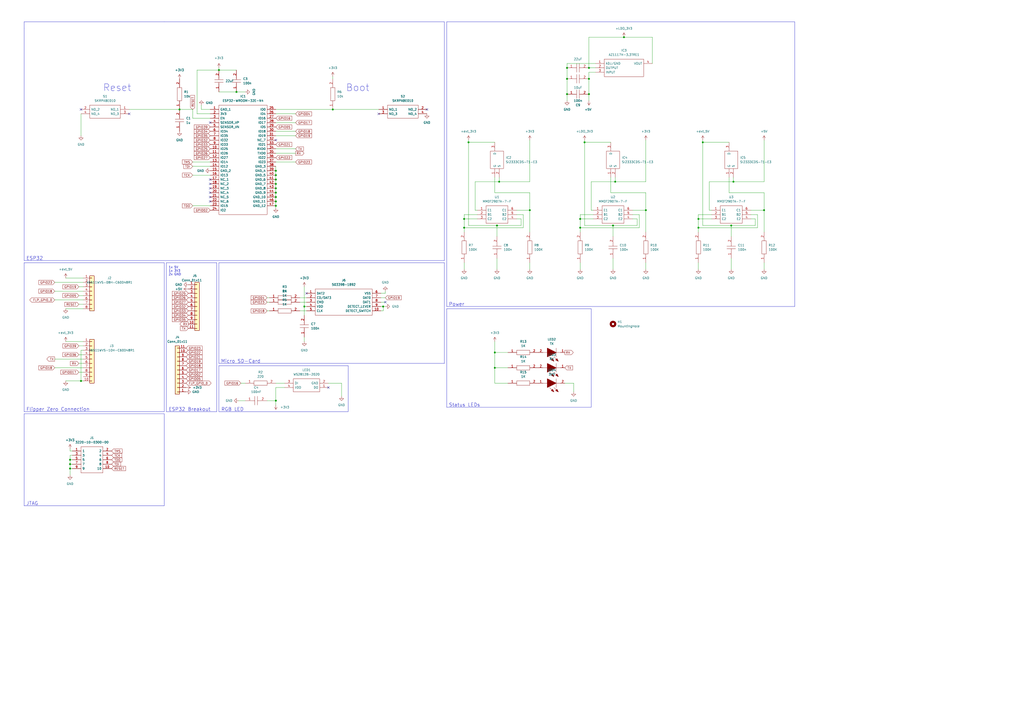
<source format=kicad_sch>
(kicad_sch (version 20230121) (generator eeschema)
  (paper "A2")
  (title_block (title "ESP") (date "2022-12-07") (rev "V0.1.0") (company "JustCallMeKoko & trisp3ar"))
  (junction (at 307.34 121.92))
  (junction (at 405.13 127))
  (junction (at 127 40.64))
  (junction (at 160.02 111.76))
  (junction (at 405.13 132.08))
  (junction (at 160.02 104.14))
  (junction (at 160.02 106.68))
  (junction (at 443.23 121.92))
  (junction (at 341.63 45.72))
  (junction (at 269.24 127))
  (junction (at 288.29 130.81))
  (junction (at 40.64 269.24))
  (junction (at 355.6 130.81))
  (junction (at 289.56 105.41))
  (junction (at 104.14 63.5))
  (junction (at 374.65 121.92))
  (junction (at 222.25 177.8))
  (junction (at 425.45 105.41))
  (junction (at 269.24 132.08))
  (junction (at 160.02 99.06))
  (junction (at 339.09 82.55))
  (junction (at 271.78 82.55))
  (junction (at 336.55 132.08))
  (junction (at 424.18 130.81))
  (junction (at 407.67 82.55))
  (junction (at 160.02 101.6))
  (junction (at 160.02 109.22))
  (junction (at 160.02 114.3))
  (junction (at 361.95 21.59))
  (junction (at 193.04 63.5))
  (junction (at 287.02 213.36))
  (junction (at 356.87 105.41))
  (junction (at 40.64 271.78))
  (junction (at 328.93 45.72))
  (junction (at 40.64 266.7))
  (junction (at 328.93 54.61))
  (junction (at 160.02 116.84))
  (junction (at 137.16 53.34))
  (junction (at 176.53 177.8))
  (junction (at 341.63 39.37))
  (junction (at 341.63 54.61))
  (junction (at 336.55 127))
  (junction (at 328.93 39.37))
  (junction (at 46.99 220.98))
  (junction (at 160.02 119.38))
  (junction (at 287.02 204.47))
  (junction (at 160.02 232.41))
  (no_connect (at 223.52 175.26))
  (no_connect (at 190.5 224.79))
  (no_connect (at 121.92 104.14))
  (no_connect (at 121.92 106.68))
  (no_connect (at 121.92 109.22))
  (no_connect (at 121.92 114.3))
  (no_connect (at 121.92 116.84))
  (no_connect (at 121.92 111.76))
  (no_connect (at 121.92 71.12))
  (no_connect (at 160.02 81.28))
  (no_connect (at 177.8 170.18))
  (no_connect (at 219.71 66.04))
  (no_connect (at 247.65 63.5))
  (no_connect (at 46.99 63.5))
  (no_connect (at 74.93 66.04))
  (wire (pts (xy 405.13 127) (xy 412.75 127)))
  (wire (pts (xy 287.02 198.12) (xy 287.02 204.47)))
  (wire (pts (xy 41.91 264.16) (xy 40.64 264.16)))
  (wire (pts (xy 160.02 232.41) (xy 160.02 234.95)))
  (polyline (pts (xy 95.25 240.03) (xy 95.25 293.37)))
  (wire (pts (xy 160.02 99.06) (xy 160.02 101.6)))
  (wire (pts (xy 31.75 173.99) (xy 48.26 173.99)))
  (wire (pts (xy 307.34 105.41) (xy 289.56 105.41)))
  (wire (pts (xy 307.34 111.76) (xy 307.34 121.92)))
  (wire (pts (xy 121.92 66.04) (xy 114.3 66.04)))
  (wire (pts (xy 40.64 266.7) (xy 40.64 269.24)))
  (wire (pts (xy 443.23 105.41) (xy 425.45 105.41)))
  (wire (pts (xy 341.63 45.72) (xy 341.63 54.61)))
  (wire (pts (xy 289.56 105.41) (xy 289.56 102.87)))
  (polyline (pts (xy 13.97 293.37) (xy 13.97 240.03)))
  (wire (pts (xy 307.34 152.4) (xy 307.34 156.21)))
  (wire (pts (xy 160.02 111.76) (xy 160.02 109.22)))
  (wire (pts (xy 127 53.34) (xy 137.16 53.34)))
  (wire (pts (xy 220.98 172.72) (xy 223.52 172.72)))
  (wire (pts (xy 271.78 82.55) (xy 287.02 82.55)))
  (wire (pts (xy 411.48 121.92) (xy 411.48 105.41)))
  (wire (pts (xy 287.02 111.76) (xy 307.34 111.76)))
  (wire (pts (xy 407.67 130.81) (xy 407.67 82.55)))
  (wire (pts (xy 45.72 176.53) (xy 48.26 176.53)))
  (wire (pts (xy 367.03 124.46) (xy 370.84 124.46)))
  (wire (pts (xy 139.7 222.25) (xy 142.24 222.25)))
  (wire (pts (xy 160.02 114.3) (xy 160.02 111.76)))
  (wire (pts (xy 344.17 124.46) (xy 336.55 124.46)))
  (wire (pts (xy 307.34 81.28) (xy 307.34 105.41)))
  (wire (pts (xy 299.72 124.46) (xy 303.53 124.46)))
  (wire (pts (xy 328.93 45.72) (xy 328.93 54.61)))
  (wire (pts (xy 342.9 121.92) (xy 342.9 105.41)))
  (wire (pts (xy 341.63 39.37) (xy 341.63 21.59)))
  (wire (pts (xy 160.02 116.84) (xy 160.02 119.38)))
  (wire (pts (xy 339.09 130.81) (xy 339.09 82.55)))
  (wire (pts (xy 422.91 111.76) (xy 443.23 111.76)))
  (polyline (pts (xy 257.81 152.4) (xy 257.81 210.82)))
  (wire (pts (xy 336.55 132.08) (xy 336.55 134.62)))
  (polyline (pts (xy 13.97 152.4) (xy 13.97 238.76)))
  (wire (pts (xy 74.93 63.5) (xy 104.14 63.5)))
  (wire (pts (xy 355.6 130.81) (xy 355.6 137.16)))
  (wire (pts (xy 302.26 127) (xy 302.26 130.81)))
  (wire (pts (xy 45.72 210.82) (xy 48.26 210.82)))
  (wire (pts (xy 288.29 130.81) (xy 288.29 137.16)))
  (wire (pts (xy 407.67 82.55) (xy 422.91 82.55)))
  (wire (pts (xy 354.33 111.76) (xy 374.65 111.76)))
  (polyline (pts (xy 259.08 236.22) (xy 259.08 179.07)))
  (wire (pts (xy 160.02 66.04) (xy 171.45 66.04)))
  (wire (pts (xy 154.94 232.41) (xy 160.02 232.41)))
  (wire (pts (xy 176.53 198.12) (xy 176.53 195.58)))
  (wire (pts (xy 269.24 127) (xy 269.24 132.08)))
  (wire (pts (xy 374.65 111.76) (xy 374.65 121.92)))
  (wire (pts (xy 269.24 132.08) (xy 269.24 134.62)))
  (wire (pts (xy 287.02 102.87) (xy 287.02 111.76)))
  (wire (pts (xy 369.57 130.81) (xy 355.6 130.81)))
  (wire (pts (xy 287.02 204.47) (xy 287.02 213.36)))
  (polyline (pts (xy 96.52 238.76) (xy 125.73 238.76)))
  (wire (pts (xy 160.02 119.38) (xy 160.02 120.65)))
  (wire (pts (xy 407.67 81.28) (xy 407.67 82.55)))
  (wire (pts (xy 374.65 81.28) (xy 374.65 105.41)))
  (wire (pts (xy 111.76 63.5) (xy 104.14 63.5)))
  (polyline (pts (xy 127 212.09) (xy 201.93 212.09)))
  (wire (pts (xy 41.91 261.62) (xy 40.64 261.62)))
  (wire (pts (xy 121.92 68.58) (xy 111.76 68.58)))
  (polyline (pts (xy 259.08 179.07) (xy 342.9 179.07)))
  (wire (pts (xy 276.86 124.46) (xy 269.24 124.46)))
  (wire (pts (xy 160.02 88.9) (xy 171.45 88.9)))
  (wire (pts (xy 40.64 269.24) (xy 40.64 271.78)))
  (wire (pts (xy 336.55 127) (xy 344.17 127)))
  (wire (pts (xy 336.55 152.4) (xy 336.55 156.21)))
  (wire (pts (xy 339.09 82.55) (xy 354.33 82.55)))
  (wire (pts (xy 45.72 215.9) (xy 48.26 215.9)))
  (wire (pts (xy 378.46 36.83) (xy 378.46 21.59)))
  (wire (pts (xy 45.72 200.66) (xy 48.26 200.66)))
  (wire (pts (xy 160.02 224.79) (xy 160.02 232.41)))
  (wire (pts (xy 341.63 21.59) (xy 361.95 21.59)))
  (wire (pts (xy 303.53 132.08) (xy 269.24 132.08)))
  (wire (pts (xy 271.78 81.28) (xy 271.78 82.55)))
  (polyline (pts (xy 125.73 238.76) (xy 125.73 152.4)))
  (wire (pts (xy 38.1 179.07) (xy 48.26 179.07)))
  (wire (pts (xy 114.3 66.04) (xy 114.3 40.64)))
  (wire (pts (xy 412.75 121.92) (xy 411.48 121.92)))
  (polyline (pts (xy 127 210.82) (xy 127 152.4)))
  (wire (pts (xy 173.99 172.72) (xy 177.8 172.72)))
  (polyline (pts (xy 127 152.4) (xy 257.81 152.4)))
  (wire (pts (xy 438.15 127) (xy 438.15 130.81)))
  (wire (pts (xy 370.84 124.46) (xy 370.84 132.08)))
  (polyline (pts (xy 96.52 152.4) (xy 96.52 238.76)))
  (wire (pts (xy 374.65 121.92) (xy 367.03 121.92)))
  (wire (pts (xy 165.1 224.79) (xy 160.02 224.79)))
  (wire (pts (xy 114.3 40.64) (xy 127 40.64)))
  (wire (pts (xy 160.02 76.2) (xy 171.45 76.2)))
  (wire (pts (xy 111.76 101.6) (xy 121.92 101.6)))
  (wire (pts (xy 425.45 105.41) (xy 425.45 102.87)))
  (polyline (pts (xy 127 210.82) (xy 257.81 210.82)))
  (wire (pts (xy 303.53 124.46) (xy 303.53 132.08)))
  (wire (pts (xy 220.98 180.34) (xy 222.25 180.34)))
  (wire (pts (xy 220.98 175.26) (xy 223.52 175.26)))
  (wire (pts (xy 154.94 175.26) (xy 156.21 175.26)))
  (wire (pts (xy 354.33 102.87) (xy 354.33 111.76)))
  (wire (pts (xy 111.76 119.38) (xy 121.92 119.38)))
  (wire (pts (xy 190.5 222.25) (xy 198.12 222.25)))
  (wire (pts (xy 342.9 105.41) (xy 356.87 105.41)))
  (wire (pts (xy 45.72 205.74) (xy 48.26 205.74)))
  (polyline (pts (xy 127 212.09) (xy 127 238.76)))
  (wire (pts (xy 443.23 121.92) (xy 435.61 121.92)))
  (wire (pts (xy 275.59 105.41) (xy 289.56 105.41)))
  (wire (pts (xy 46.99 220.98) (xy 48.26 220.98)))
  (wire (pts (xy 111.76 96.52) (xy 121.92 96.52)))
  (wire (pts (xy 367.03 127) (xy 369.57 127)))
  (wire (pts (xy 345.44 39.37) (xy 341.63 39.37)))
  (wire (pts (xy 287.02 204.47) (xy 294.64 204.47)))
  (wire (pts (xy 160.02 104.14) (xy 160.02 106.68)))
  (wire (pts (xy 138.43 232.41) (xy 142.24 232.41)))
  (wire (pts (xy 111.76 93.98) (xy 121.92 93.98)))
  (wire (pts (xy 160.02 114.3) (xy 160.02 116.84)))
  (wire (pts (xy 411.48 105.41) (xy 425.45 105.41)))
  (wire (pts (xy 307.34 134.62) (xy 307.34 121.92)))
  (wire (pts (xy 160.02 101.6) (xy 160.02 104.14)))
  (wire (pts (xy 222.25 177.8) (xy 223.52 177.8)))
  (wire (pts (xy 223.52 170.18) (xy 223.52 168.91)))
  (wire (pts (xy 116.84 60.96) (xy 116.84 63.5)))
  (wire (pts (xy 378.46 21.59) (xy 361.95 21.59)))
  (wire (pts (xy 438.15 130.81) (xy 424.18 130.81)))
  (polyline (pts (xy 257.81 151.13) (xy 13.97 151.13)))
  (wire (pts (xy 405.13 127) (xy 405.13 132.08)))
  (wire (pts (xy 374.65 105.41) (xy 356.87 105.41)))
  (wire (pts (xy 443.23 134.62) (xy 443.23 121.92)))
  (wire (pts (xy 439.42 132.08) (xy 405.13 132.08)))
  (wire (pts (xy 127 39.37) (xy 127 40.64)))
  (wire (pts (xy 176.53 177.8) (xy 177.8 177.8)))
  (polyline (pts (xy 13.97 151.13) (xy 13.97 16.51)))
  (polyline (pts (xy 127 238.76) (xy 201.93 238.76)))
  (wire (pts (xy 160.02 106.68) (xy 160.02 109.22)))
  (wire (pts (xy 48.26 203.2) (xy 46.99 203.2)))
  (wire (pts (xy 38.1 198.12) (xy 48.26 198.12)))
  (wire (pts (xy 405.13 152.4) (xy 405.13 156.21)))
  (wire (pts (xy 40.64 264.16) (xy 40.64 266.7)))
  (polyline (pts (xy 257.81 12.7) (xy 257.81 151.13)))
  (wire (pts (xy 288.29 130.81) (xy 271.78 130.81)))
  (polyline (pts (xy 13.97 12.7) (xy 13.97 16.51)))
  (wire (pts (xy 40.64 261.62) (xy 40.64 260.35)))
  (wire (pts (xy 38.1 161.29) (xy 48.26 161.29)))
  (wire (pts (xy 405.13 124.46) (xy 405.13 127)))
  (wire (pts (xy 443.23 152.4) (xy 443.23 156.21)))
  (wire (pts (xy 160.02 63.5) (xy 193.04 63.5)))
  (wire (pts (xy 31.75 163.83) (xy 48.26 163.83)))
  (wire (pts (xy 31.75 168.91) (xy 48.26 168.91)))
  (wire (pts (xy 269.24 152.4) (xy 269.24 156.21)))
  (wire (pts (xy 176.53 166.37) (xy 176.53 177.8)))
  (wire (pts (xy 412.75 124.46) (xy 405.13 124.46)))
  (polyline (pts (xy 342.9 179.07) (xy 342.9 236.22)))
  (polyline (pts (xy 125.73 152.4) (xy 96.52 152.4)))
  (wire (pts (xy 269.24 127) (xy 276.86 127)))
  (wire (pts (xy 435.61 124.46) (xy 439.42 124.46)))
  (wire (pts (xy 374.65 152.4) (xy 374.65 156.21)))
  (wire (pts (xy 336.55 127) (xy 336.55 132.08)))
  (wire (pts (xy 38.1 220.98) (xy 46.99 220.98)))
  (wire (pts (xy 121.92 63.5) (xy 116.84 63.5)))
  (wire (pts (xy 160.02 71.12) (xy 171.45 71.12)))
  (wire (pts (xy 160.02 86.36) (xy 171.45 86.36)))
  (polyline (pts (xy 13.97 152.4) (xy 95.25 152.4)))
  (wire (pts (xy 422.91 102.87) (xy 422.91 111.76)))
  (wire (pts (xy 193.04 44.45) (xy 193.04 45.72)))
  (polyline (pts (xy 13.97 240.03) (xy 95.25 240.03)))
  (wire (pts (xy 40.64 269.24) (xy 41.91 269.24)))
  (wire (pts (xy 46.99 66.04) (xy 46.99 78.74)))
  (wire (pts (xy 424.18 149.86) (xy 424.18 156.21)))
  (wire (pts (xy 137.16 53.34) (xy 142.24 53.34)))
  (wire (pts (xy 45.72 171.45) (xy 48.26 171.45)))
  (wire (pts (xy 443.23 81.28) (xy 443.23 105.41)))
  (wire (pts (xy 302.26 130.81) (xy 288.29 130.81)))
  (wire (pts (xy 160.02 96.52) (xy 160.02 99.06)))
  (wire (pts (xy 31.75 213.36) (xy 48.26 213.36)))
  (wire (pts (xy 40.64 271.78) (xy 41.91 271.78)))
  (wire (pts (xy 332.74 222.25) (xy 332.74 227.33)))
  (wire (pts (xy 405.13 132.08) (xy 405.13 134.62)))
  (wire (pts (xy 198.12 222.25) (xy 198.12 229.87)))
  (polyline (pts (xy 259.08 177.8) (xy 461.01 177.8)))
  (polyline (pts (xy 95.25 152.4) (xy 95.25 238.76)))
  (wire (pts (xy 275.59 121.92) (xy 275.59 105.41)))
  (wire (pts (xy 220.98 177.8) (xy 222.25 177.8)))
  (wire (pts (xy 287.02 213.36) (xy 294.64 213.36)))
  (wire (pts (xy 345.44 36.83) (xy 328.93 36.83)))
  (wire (pts (xy 40.64 266.7) (xy 41.91 266.7)))
  (wire (pts (xy 173.99 180.34) (xy 177.8 180.34)))
  (wire (pts (xy 111.76 68.58) (xy 111.76 63.5)))
  (wire (pts (xy 31.75 208.28) (xy 48.26 208.28)))
  (wire (pts (xy 220.98 170.18) (xy 223.52 170.18)))
  (wire (pts (xy 287.02 213.36) (xy 287.02 222.25)))
  (polyline (pts (xy 13.97 238.76) (xy 95.25 238.76)))
  (wire (pts (xy 160.02 222.25) (xy 165.1 222.25)))
  (wire (pts (xy 173.99 175.26) (xy 177.8 175.26)))
  (polyline (pts (xy 13.97 12.7) (xy 95.25 12.7)))
  (wire (pts (xy 176.53 177.8) (xy 176.53 182.88)))
  (polyline (pts (xy 95.25 293.37) (xy 13.97 293.37)))
  (polyline (pts (xy 201.93 238.76) (xy 201.93 212.09)))
  (wire (pts (xy 328.93 36.83) (xy 328.93 39.37)))
  (polyline (pts (xy 259.08 12.7) (xy 461.01 12.7)))
  (wire (pts (xy 327.66 222.25) (xy 332.74 222.25)))
  (wire (pts (xy 355.6 130.81) (xy 339.09 130.81)))
  (wire (pts (xy 328.93 54.61) (xy 328.93 58.42)))
  (polyline (pts (xy 95.25 12.7) (xy 257.81 12.7)))
  (wire (pts (xy 439.42 124.46) (xy 439.42 132.08)))
  (wire (pts (xy 369.57 127) (xy 369.57 130.81)))
  (wire (pts (xy 424.18 130.81) (xy 407.67 130.81)))
  (wire (pts (xy 374.65 134.62) (xy 374.65 121.92)))
  (wire (pts (xy 435.61 127) (xy 438.15 127)))
  (wire (pts (xy 276.86 121.92) (xy 275.59 121.92)))
  (wire (pts (xy 271.78 130.81) (xy 271.78 82.55)))
  (wire (pts (xy 154.94 172.72) (xy 156.21 172.72)))
  (wire (pts (xy 154.94 180.34) (xy 156.21 180.34)))
  (wire (pts (xy 355.6 149.86) (xy 355.6 156.21)))
  (wire (pts (xy 288.29 149.86) (xy 288.29 156.21)))
  (polyline (pts (xy 342.9 236.22) (xy 259.08 236.22)))
  (wire (pts (xy 424.18 130.81) (xy 424.18 137.16)))
  (wire (pts (xy 356.87 105.41) (xy 356.87 102.87)))
  (wire (pts (xy 344.17 121.92) (xy 342.9 121.92)))
  (wire (pts (xy 341.63 54.61) (xy 341.63 58.42)))
  (wire (pts (xy 127 40.64) (xy 137.16 40.64)))
  (wire (pts (xy 370.84 132.08) (xy 336.55 132.08)))
  (wire (pts (xy 341.63 41.91) (xy 341.63 45.72)))
  (wire (pts (xy 339.09 81.28) (xy 339.09 82.55)))
  (wire (pts (xy 287.02 222.25) (xy 294.64 222.25)))
  (polyline (pts (xy 259.08 12.7) (xy 259.08 177.8)))
  (wire (pts (xy 222.25 177.8) (xy 222.25 180.34)))
  (wire (pts (xy 193.04 63.5) (xy 219.71 63.5)))
  (wire (pts (xy 328.93 39.37) (xy 328.93 45.72)))
  (polyline (pts (xy 461.01 177.8) (xy 461.01 12.7)))
  (wire (pts (xy 443.23 111.76) (xy 443.23 121.92)))
  (wire (pts (xy 345.44 41.91) (xy 341.63 41.91)))
  (wire (pts (xy 336.55 124.46) (xy 336.55 127)))
  (wire (pts (xy 160.02 93.98) (xy 171.45 93.98)))
  (wire (pts (xy 45.72 166.37) (xy 48.26 166.37)))
  (wire (pts (xy 299.72 127) (xy 302.26 127)))
  (wire (pts (xy 160.02 78.74) (xy 171.45 78.74)))
  (wire (pts (xy 46.99 203.2) (xy 46.99 220.98)))
  (wire (pts (xy 269.24 124.46) (xy 269.24 127)))
  (wire (pts (xy 40.64 271.78) (xy 40.64 275.59)))
  (wire (pts (xy 307.34 121.92) (xy 299.72 121.92)))
  (text "ESP32 Breakout" (at 97.79 238.76 0) (effects (font (size 2 2)) (justify left bottom)))
  (text "Status LEDs	" (at 260.35 236.22 0) (effects (font (size 2 2)) (justify left bottom)))
  (text "Boot" (at 200.66 53.34 0) (effects (font (size 4 4)) (justify left bottom)))
  (text "Micro SD-Card" (at 151.13 210.82 0) (effects (font (size 2 2)) (justify right bottom)))
  (text "1x 5V\n1x 3V3\n2x GND" (at 97.79 160.02 0) (effects (font (size 1.27 1.27)) (justify left bottom)))
  (text "Reset" (at 59.69 53.34 0) (effects (font (size 4 4)) (justify left bottom)))
  (text "Power" (at 260.35 177.8 0) (effects (font (size 2 2)) (justify left bottom)))
  (text "RGB LED\n" (at 128.27 238.76 0) (effects (font (size 2 2)) (justify left bottom)))
  (text "Flipper Zero Connection" (at 15.24 238.76 0) (effects (font (size 2 2)) (justify left bottom)))
  (text "ESP32" (at 15.24 151.13 0) (effects (font (size 2 2)) (justify left bottom)))
  (text "JTAG" (at 15.24 293.37 0) (effects (font (size 2 2)) (justify left bottom)))
  (global_label "GPIO18" (shape input) (at 171.45 76.2 0) (property "Intersheetrefs" "${INTERSHEET_REFS}" (effects hide)))
  (global_label "GPIO39" (shape input) (at 121.92 73.66 180) (property "Intersheetrefs" "${INTERSHEET_REFS}" (effects hide)))
  (global_label "GPIO04" (shape input) (at 154.94 172.72 180) (property "Intersheetrefs" "${INTERSHEET_REFS}" (effects hide)))
  (global_label "RESET" (shape input) (at 45.72 176.53 180) (property "Intersheetrefs" "${INTERSHEET_REFS}" (effects hide)))
  (global_label "GPIO36" (shape input) (at 45.72 205.74 180) (property "Intersheetrefs" "${INTERSHEET_REFS}" (effects hide)))
  (global_label "TMS" (shape input) (at 111.76 93.98 180) (property "Intersheetrefs" "${INTERSHEET_REFS}" (effects hide)))
  (global_label "GPIO23" (shape input) (at 171.45 93.98 0) (property "Intersheetrefs" "${INTERSHEET_REFS}" (effects hide)))
  (global_label "GPIO26" (shape input) (at 121.92 88.9 180) (property "Intersheetrefs" "${INTERSHEET_REFS}" (effects hide)))
  (global_label "TMS" (shape input) (at 64.77 261.62 0) (property "Intersheetrefs" "${INTERSHEET_REFS}" (effects hide)))
  (global_label "TCK" (shape input) (at 111.76 101.6 180) (property "Intersheetrefs" "${INTERSHEET_REFS}" (effects hide)))
  (global_label "TCK" (shape input) (at 64.77 264.16 0) (property "Intersheetrefs" "${INTERSHEET_REFS}" (effects hide)))
  (global_label "GPIO16" (shape input) (at 160.02 68.58 0) (property "Intersheetrefs" "${INTERSHEET_REFS}" (effects hide)))
  (global_label "GPIO27" (shape input) (at 109.22 175.26 180) (property "Intersheetrefs" "${INTERSHEET_REFS}" (effects hide)))
  (global_label "GPIO16" (shape input) (at 139.7 222.25 180) (property "Intersheetrefs" "${INTERSHEET_REFS}" (effects hide)))
  (global_label "GPIO25" (shape input) (at 109.22 170.18 180) (property "Intersheetrefs" "${INTERSHEET_REFS}" (effects hide)))
  (global_label "GPIO35" (shape input) (at 121.92 78.74 180) (property "Intersheetrefs" "${INTERSHEET_REFS}" (effects hide)))
  (global_label "GPIO02" (shape input) (at 107.95 217.17 0) (property "Intersheetrefs" "${INTERSHEET_REFS}" (effects hide)))
  (global_label "GPIO32" (shape input) (at 121.92 81.28 180) (property "Intersheetrefs" "${INTERSHEET_REFS}" (effects hide)))
  (global_label "GPIO39" (shape input) (at 45.72 200.66 180) (property "Intersheetrefs" "${INTERSHEET_REFS}" (effects hide)))
  (global_label "GPIO19" (shape input) (at 171.45 78.74 0) (property "Intersheetrefs" "${INTERSHEET_REFS}" (effects hide)))
  (global_label "GPIO04" (shape input) (at 171.45 66.04 0) (property "Intersheetrefs" "${INTERSHEET_REFS}" (effects hide)))
  (global_label "TX" (shape input) (at 109.22 190.5 180) (property "Intersheetrefs" "${INTERSHEET_REFS}" (effects hide)))
  (global_label "GPIO35" (shape input) (at 109.22 185.42 180) (property "Intersheetrefs" "${INTERSHEET_REFS}" (effects hide)))
  (global_label "RESET" (shape input) (at 64.77 271.78 0) (property "Intersheetrefs" "${INTERSHEET_REFS}" (effects hide)))
  (global_label "GPIO05" (shape input) (at 45.72 171.45 180) (property "Intersheetrefs" "${INTERSHEET_REFS}" (effects hide)))
  (global_label "GPIO23" (shape input) (at 107.95 201.93 0) (property "Intersheetrefs" "${INTERSHEET_REFS}" (effects hide)))
  (global_label "GPIO22" (shape input) (at 107.95 204.47 0) (property "Intersheetrefs" "${INTERSHEET_REFS}" (effects hide)))
  (global_label "GPIO21" (shape input) (at 107.95 207.01 0) (property "Intersheetrefs" "${INTERSHEET_REFS}" (effects hide)))
  (global_label "GPIO18" (shape input) (at 107.95 212.09 0) (property "Intersheetrefs" "${INTERSHEET_REFS}" (effects hide)))
  (global_label "FLP_GPIO_0" (shape bidirectional) (at 31.75 173.99 180) (property "Intersheetrefs" "${INTERSHEET_REFS}" (effects hide)))
  (global_label "GPIO19" (shape input) (at 107.95 209.55 0) (property "Intersheetrefs" "${INTERSHEET_REFS}" (effects hide)))
  (global_label "GPIO19" (shape input) (at 45.72 166.37 180) (property "Intersheetrefs" "${INTERSHEET_REFS}" (effects hide)))
  (global_label "TX" (shape input) (at 171.45 86.36 0) (property "Intersheetrefs" "${INTERSHEET_REFS}" (effects hide)))
  (global_label "GPIO33" (shape input) (at 121.92 83.82 180) (property "Intersheetrefs" "${INTERSHEET_REFS}" (effects hide)))
  (global_label "GPIO19" (shape input) (at 223.52 172.72 0) (property "Intersheetrefs" "${INTERSHEET_REFS}" (effects hide)))
  (global_label "GPIO33" (shape input) (at 109.22 180.34 180) (property "Intersheetrefs" "${INTERSHEET_REFS}" (effects hide)))
  (global_label "RX" (shape output) (at 171.45 88.9 0) (property "Intersheetrefs" "${INTERSHEET_REFS}" (effects hide)))
  (global_label "RX" (shape output) (at 109.22 187.96 180) (property "Intersheetrefs" "${INTERSHEET_REFS}" (effects hide)))
  (global_label "TDI" (shape input) (at 111.76 96.52 180) (property "Intersheetrefs" "${INTERSHEET_REFS}" (effects hide)))
  (global_label "GPIO18" (shape input) (at 31.75 213.36 180) (property "Intersheetrefs" "${INTERSHEET_REFS}" (effects hide)))
  (global_label "GPIO23" (shape input) (at 31.75 163.83 180) (property "Intersheetrefs" "${INTERSHEET_REFS}" (effects hide)))
  (global_label "GPIO17" (shape input) (at 171.45 71.12 0) (property "Intersheetrefs" "${INTERSHEET_REFS}" (effects hide)))
  (global_label "GPIO02" (shape input) (at 121.92 121.92 180) (property "Intersheetrefs" "${INTERSHEET_REFS}" (effects hide)))
  (global_label "GPIO22" (shape input) (at 160.02 91.44 0) (property "Intersheetrefs" "${INTERSHEET_REFS}" (effects hide)))
  (global_label "GPIO26" (shape input) (at 109.22 172.72 180) (property "Intersheetrefs" "${INTERSHEET_REFS}" (effects hide)))
  (global_label "FLP_GPIO_0" (shape bidirectional) (at 107.95 222.25 0) (property "Intersheetrefs" "${INTERSHEET_REFS}" (effects hide)))
  (global_label "GPIO34" (shape input) (at 121.92 76.2 180) (property "Intersheetrefs" "${INTERSHEET_REFS}" (effects hide)))
  (global_label "GPIO05" (shape input) (at 107.95 219.71 0) (property "Intersheetrefs" "${INTERSHEET_REFS}" (effects hide)))
  (global_label "GPIO23" (shape input) (at 154.94 175.26 180) (property "Intersheetrefs" "${INTERSHEET_REFS}" (effects hide)))
  (global_label "TDI" (shape input) (at 64.77 269.24 0) (property "Intersheetrefs" "${INTERSHEET_REFS}" (effects hide)))
  (global_label "RX" (shape output) (at 327.66 204.47 0) (property "Intersheetrefs" "${INTERSHEET_REFS}" (effects hide)))
  (global_label "GPIO18" (shape input) (at 154.94 180.34 180) (property "Intersheetrefs" "${INTERSHEET_REFS}" (effects hide)))
  (global_label "TX" (shape output) (at 31.75 208.28 180) (property "Intersheetrefs" "${INTERSHEET_REFS}" (effects hide)))
  (global_label "GPIO18" (shape input) (at 31.75 168.91 180) (property "Intersheetrefs" "${INTERSHEET_REFS}" (effects hide)))
  (global_label "TX" (shape input) (at 327.66 213.36 0) (property "Intersheetrefs" "${INTERSHEET_REFS}" (effects hide)))
  (global_label "GPIO05" (shape input) (at 160.02 73.66 0) (property "Intersheetrefs" "${INTERSHEET_REFS}" (effects hide)))
  (global_label "GPIO27" (shape input) (at 121.92 91.44 180) (property "Intersheetrefs" "${INTERSHEET_REFS}" (effects hide)))
  (global_label "RESET" (shape input) (at 111.76 63.5 90) (property "Intersheetrefs" "${INTERSHEET_REFS}" (effects hide)))
  (global_label "GPIO32" (shape input) (at 109.22 177.8 180) (property "Intersheetrefs" "${INTERSHEET_REFS}" (effects hide)))
  (global_label "GPIO17" (shape input) (at 107.95 214.63 0) (property "Intersheetrefs" "${INTERSHEET_REFS}" (effects hide)))
  (global_label "GPIO25" (shape input) (at 121.92 86.36 180) (property "Intersheetrefs" "${INTERSHEET_REFS}" (effects hide)))
  (global_label "TDO" (shape input) (at 111.76 119.38 180) (property "Intersheetrefs" "${INTERSHEET_REFS}" (effects hide)))
  (global_label "GPIO017" (shape input) (at 45.72 215.9 180) (property "Intersheetrefs" "${INTERSHEET_REFS}" (effects hide)))
  (global_label "GPIO21" (shape input) (at 160.02 83.82 0) (property "Intersheetrefs" "${INTERSHEET_REFS}" (effects hide)))
  (global_label "RX" (shape input) (at 45.72 210.82 180) (property "Intersheetrefs" "${INTERSHEET_REFS}" (effects hide)))
  (global_label "GPIO34" (shape input) (at 109.22 182.88 180) (property "Intersheetrefs" "${INTERSHEET_REFS}" (effects hide)))
  (global_label "TDO" (shape input) (at 64.77 266.7 0) (property "Intersheetrefs" "${INTERSHEET_REFS}" (effects hide)))
  (symbol (lib_id "SamacSys_Parts:RC0402FR-071KL") (at 294.64 213.36 0) (unit 1)
    (property "Reference" "R14" (at 303.53 207.01 0))
    (property "Value" "1K" (at 303.53 209.55 0))
    (property "Footprint" "0402" (effects hide))
    (property "Datasheet" "https://www.yageo.com/upload/media/product/productsearch/datasheet/rchip/PYu-RC_Group_51_RoHS_L_11.pdf" (effects hide))
    (property "Description" "GENERAL PURPOSE CHIP RESISTORS" (effects hide))
    (property "Height" "0.4" (effects hide))
    (property "Manufacturer_Name" "KEMET" (effects hide))
    (property "Manufacturer_Part_Number" "RC0402FR-071KL" (effects hide))
    (property "Mouser Part Number" "603-RC0402FR-071KL" (effects hide))
    (property "Mouser Price/Stock" "https://www.mouser.co.uk/ProductDetail/YAGEO/RC0402FR-071KL?qs=V1yeUXFNrknDEmWLmm5v6g%3D%3D" (effects hide))
    (property "Arrow Part Number" "RC0402FR-071KL" (effects hide))
    (property "Arrow Price/Stock" "https://www.arrow.com/en/products/rc0402fr-071kl/yageo?region=nac" (effects hide))
    (property "LCSC Part Number" "C106235" (effects hide))
    (property "Comment" "R3,R4,R5,R13,R14,R15" (effects hide))
  )
  (symbol (lib_id "power:+3V3") (at 193.04 44.45 0) (unit 1)
    (property "Reference" "#PWR022" (effects hide))
    (property "Value" "+3V3" (at 193.04 39.37 0))
  )
  (symbol (lib_id "power:GND") (at 307.34 156.21 0) (unit 1)
    (property "Reference" "#PWR030" (effects hide))
    (property "Value" "GND" (at 307.34 161.29 0))
  )
  (symbol (lib_id "power:GND") (at 247.65 66.04 0) (unit 1)
    (property "Reference" "#PWR026" (effects hide))
    (property "Value" "GND" (at 247.65 71.12 0))
  )
  (symbol (lib_id "power:+3V3") (at 287.02 198.12 0) (unit 1)
    (property "Reference" "#PWR042" (effects hide))
    (property "Value" "+3V3" (at 287.02 193.04 0))
  )
  (symbol (lib_name "+5V_1") (lib_id "power:+5V") (at 407.67 81.28 0) (unit 1)
    (property "Reference" "#PWR039" (effects hide))
    (property "Value" "+ext_5V" (at 407.67 76.2 0))
  )
  (symbol (lib_id "SamacSys_Parts:RC0402FR-071KL") (at 156.21 172.72 0) (unit 1)
    (property "Reference" "R3" (at 165.1 166.37 0))
    (property "Value" "1K" (at 165.1 168.91 0))
    (property "Footprint" "0402" (effects hide))
    (property "Datasheet" "https://www.yageo.com/upload/media/product/productsearch/datasheet/rchip/PYu-RC_Group_51_RoHS_L_11.pdf" (effects hide))
    (property "Description" "GENERAL PURPOSE CHIP RESISTORS" (effects hide))
    (property "Height" "0.4" (effects hide))
    (property "Manufacturer_Name" "KEMET" (effects hide))
    (property "Manufacturer_Part_Number" "RC0402FR-071KL" (effects hide))
    (property "Mouser Part Number" "603-RC0402FR-071KL" (effects hide))
    (property "Mouser Price/Stock" "https://www.mouser.co.uk/ProductDetail/YAGEO/RC0402FR-071KL?qs=V1yeUXFNrknDEmWLmm5v6g%3D%3D" (effects hide))
    (property "Arrow Part Number" "RC0402FR-071KL" (effects hide))
    (property "Arrow Price/Stock" "https://www.arrow.com/en/products/rc0402fr-071kl/yageo?region=nac" (effects hide))
    (property "LCSC Part Number" "C106235" (effects hide))
    (property "Comment" "R3,R4,R5,R13,R14,R15" (effects hide))
  )
  (symbol (lib_id "SamacSys_Parts:CL05B104KO5NNNC") (at 288.29 149.86 90) (unit 1)
    (property "Reference" "C8" (at 292.1 142.2399 90) (effects (justify right)))
    (property "Value" "100n" (at 292.1 144.7799 90) (effects (justify right)))
    (property "Footprint" "0402" (effects hide))
    (property "Datasheet" "https://datasheet.datasheetarchive.com/originals/distributors/Datasheets-DGA10/2408147.pdf" (effects hide))
    (property "Description" "Samsung Electro-Mechanics CL05B104KO5NNNC 100nF Multilayer Ceramic Capacitor MLCC 16V dc +/-10% Tolerance SMD" (effects hide))
    (property "Height" "0.55" (effects hide))
    (property "Manufacturer_Name" "Samsung Electro-Mechanics" (effects hide))
    (property "Manufacturer_Part_Number" "CL05B104KO5NNNC" (effects hide))
    (property "Mouser Part Number" "187-CL05B104KO5NNNC" (effects hide))
    (property "Mouser Price/Stock" "https://www.mouser.co.uk/ProductDetail/Samsung-Electro-Mechanics/CL05B104KO5NNNC?qs=hqM3L16%252BxlfT2SKOuAUq6Q%3D%3D" (effects hide))
    (property "Arrow Part Number" "CL05B104KO5NNNC" (effects hide))
    (property "Arrow Price/Stock" "https://www.arrow.com/en/products/cl05b104ko5nnnc/samsung-electro-mechanics?region=europe" (effects hide))
    (property "LCSC Part Number" "C1525" (effects hide))
    (property "Comment" "C3,C7,C8,C9,C10,C11" (effects hide))
  )
  (symbol (lib_id "SamacSys_Parts:DMP1045U-7") (at 287.02 102.87 90) (unit 1)
    (property "Reference" "IC2" (at 293.37 91.4399 90) (effects (justify right)))
    (property "Value" "SI2333CDS-T1-E3" (at 293.37 93.9799 90) (effects (justify right)))
    (property "Footprint" "SOT-23" (effects hide))
    (property "Datasheet" "https://datasheet.datasheetarchive.com/originals/distributors/Datasheets-DGA24/1599196.pdf" (effects hide))
    (property "Description" "P-Channel Enhancement MOSFET SOT-23 Diodes Inc DMP1045U-7 P-channel MOSFET Transistor, 5.2 A, -12 V, 3-Pin SOT23" (effects hide))
    (property "Height" "1.2" (effects hide))
    (property "Manufacturer_Name" "Diodes Inc." (effects hide))
    (property "Manufacturer_Part_Number" "DMP1045U-7" (effects hide))
    (property "Mouser Part Number" "621-DMP1045U-7" (effects hide))
    (property "Mouser Price/Stock" "https://www.mouser.co.uk/ProductDetail/Diodes-Incorporated/DMP1045U-7?qs=T%2FOtf55vL7eEKnIWhgMvTQ%3D%3D" (effects hide))
    (property "Arrow Part Number" "DMP1045U-7" (effects hide))
    (property "Arrow Price/Stock" "https://www.arrow.com/en/products/dmp1045u-7/diodes-incorporated?region=nac" (effects hide))
    (property "LCSC Part Number" "C144846" (effects hide))
    (property "Comment" "IC2,IC4,IC5" (effects hide))
  )
  (symbol (lib_id "SamacSys_Parts:503398-1892") (at 177.8 170.18 0) (unit 1)
    (property "Reference" "J6" (at 199.39 162.56 0))
    (property "Value" "503398-1892" (at 199.39 165.1 0))
    (property "Footprint" "SMD" (effects hide))
    (property "Datasheet" "http://www.molex.com/webdocs/datasheets/pdf/en-us//5033981892_MEMORY_CARD_SOCKET.pdf" (effects hide))
    (property "Description" "MicroSD SMT Push-Push 1.28mm height MicroSD SMT Push-Push 1.28mm height" (effects hide))
    (property "Manufacturer_Name" "Molex" (effects hide))
    (property "Manufacturer_Part_Number" "503398-1892" (effects hide))
    (property "Mouser Part Number" "538-503398-1892" (effects hide))
    (property "Mouser Price/Stock" "https://www.mouser.co.uk/ProductDetail/Molex/503398-1892?qs=b0v8CoHHvSMxV%252BW12iKaSg%3D%3D" (effects hide))
    (property "LCSC Part Number" "C428492" (effects hide))
    (property "Comment" "J6" (effects hide))
  )
  (symbol (lib_id "power:GND") (at 104.14 76.2 0) (unit 1)
    (property "Reference" "#PWR09" (effects hide))
    (property "Value" "GND" (at 104.14 81.28 0))
  )
  (symbol (lib_id "Mechanical:MountingHole") (at 355.6 187.96 0) (unit 1)
    (property "Reference" "H1" (at 358.14 186.6899 0) (effects (justify left)))
    (property "Value" "MountingHole" (at 358.14 189.2299 0) (effects (justify left)))
    (property "Comment" "H1" (effects hide))
  )
  (symbol (lib_id "power:GND") (at 176.53 198.12 0) (unit 1)
    (property "Reference" "#PWR044" (effects hide))
    (property "Value" "GND" (at 176.53 203.2 0))
  )
  (symbol (lib_id "SamacSys_Parts:RC0402FR-071KL") (at 294.64 204.47 0) (unit 1)
    (property "Reference" "R13" (at 303.53 198.12 0))
    (property "Value" "1K" (at 303.53 200.66 0))
    (property "Footprint" "0402" (effects hide))
    (property "Datasheet" "https://www.yageo.com/upload/media/product/productsearch/datasheet/rchip/PYu-RC_Group_51_RoHS_L_11.pdf" (effects hide))
    (property "Description" "GENERAL PURPOSE CHIP RESISTORS" (effects hide))
    (property "Height" "0.4" (effects hide))
    (property "Manufacturer_Name" "KEMET" (effects hide))
    (property "Manufacturer_Part_Number" "RC0402FR-071KL" (effects hide))
    (property "Mouser Part Number" "603-RC0402FR-071KL" (effects hide))
    (property "Mouser Price/Stock" "https://www.mouser.co.uk/ProductDetail/YAGEO/RC0402FR-071KL?qs=V1yeUXFNrknDEmWLmm5v6g%3D%3D" (effects hide))
    (property "Arrow Part Number" "RC0402FR-071KL" (effects hide))
    (property "Arrow Price/Stock" "https://www.arrow.com/en/products/rc0402fr-071kl/yageo?region=nac" (effects hide))
    (property "LCSC Part Number" "C106235" (effects hide))
    (property "Comment" "R3,R4,R5,R13,R14,R15" (effects hide))
  )
  (symbol (lib_id "power:GND") (at 443.23 156.21 0) (unit 1)
    (property "Reference" "#PWR041" (effects hide))
    (property "Value" "GND" (at 443.23 161.29 0))
  )
  (symbol (lib_id "power:GND") (at 355.6 156.21 0) (unit 1)
    (property "Reference" "#PWR046" (effects hide))
    (property "Value" "GND" (at 355.6 161.29 0))
  )
  (symbol (lib_id "SamacSys_Parts:RC0402FR-07100KL") (at 374.65 152.4 90) (unit 1)
    (property "Reference" "R10" (at 377.19 142.2399 90) (effects (justify right)))
    (property "Value" "100K" (at 377.19 144.7799 90) (effects (justify right)))
    (property "Footprint" "0402" (effects hide))
    (property "Datasheet" "https://datasheet.datasheetarchive.com/originals/distributors/Datasheets_SAMA/902f9e387b938f871d31120f5fc1d65e.pdf" (effects hide))
    (property "Description" "GENERAL PURPOSE CHIP RESISTORS" (effects hide))
    (property "Height" "0.4" (effects hide))
    (property "Manufacturer_Name" "KEMET" (effects hide))
    (property "Manufacturer_Part_Number" "RC0402FR-07100KL" (effects hide))
    (property "Mouser Part Number" "603-RC0402FR-07100KL" (effects hide))
    (property "Mouser Price/Stock" "https://www.mouser.co.uk/ProductDetail/YAGEO/RC0402FR-07100KL?qs=mnq%2FyloZIXzTlUn7JAHSWg%3D%3D" (effects hide))
    (property "Arrow Part Number" "RC0402FR-07100KL" (effects hide))
    (property "Arrow Price/Stock" "https://www.arrow.com/en/products/rc0402fr-07100kl/yageo" (effects hide))
    (property "LCSC Part Number" "C60491" (effects hide))
    (property "Comment" "R7,R8,R9,R10,R11,R12" (effects hide))
  )
  (symbol (lib_id "SamacSys_Parts:CL05A105KA5NQNC") (at 104.14 76.2 90) (unit 1)
    (property "Reference" "C1" (at 107.95 68.5799 90) (effects (justify right)))
    (property "Value" "1u" (at 107.95 71.1199 90) (effects (justify right)))
    (property "Footprint" "0402" (effects hide))
    (property "Datasheet" "https://www.arrow.com/en/products/cl05a105ka5nqnc/samsung-electro-mechanics" (effects hide))
    (property "Description" "Cap Ceramic 1uF 25V X5R 10% Pad SMD 0402 85C T/R" (effects hide))
    (property "Height" "0.6" (effects hide))
    (property "Manufacturer_Name" "Samsung Electro-Mechanics" (effects hide))
    (property "Manufacturer_Part_Number" "CL05A105KA5NQNC" (effects hide))
    (property "Mouser Part Number" "187-CL05A105KA5NQNC" (effects hide))
    (property "Mouser Price/Stock" "https://www.mouser.co.uk/ProductDetail/Samsung-Electro-Mechanics/CL05A105KA5NQNC?qs=X6jEic%2FHinDIeFgZnm60Lw%3D%3D" (effects hide))
    (property "Arrow Part Number" "CL05A105KA5NQNC" (effects hide))
    (property "Arrow Price/Stock" "https://www.arrow.com/en/products/cl05a105ka5nqnc/samsung-electro-mechanics?region=europe" (effects hide))
    (property "LCSC Part Number" "C14445" (effects hide))
    (property "Comment" "C1" (effects hide))
  )
  (symbol (lib_id "SamacSys_Parts:RC0402FR-07100KL") (at 307.34 152.4 90) (unit 1)
    (property "Reference" "R8" (at 309.88 142.2399 90) (effects (justify right)))
    (property "Value" "100K" (at 309.88 144.7799 90) (effects (justify right)))
    (property "Footprint" "0402" (effects hide))
    (property "Datasheet" "https://datasheet.datasheetarchive.com/originals/distributors/Datasheets_SAMA/902f9e387b938f871d31120f5fc1d65e.pdf" (effects hide))
    (property "Description" "GENERAL PURPOSE CHIP RESISTORS" (effects hide))
    (property "Height" "0.4" (effects hide))
    (property "Manufacturer_Name" "KEMET" (effects hide))
    (property "Manufacturer_Part_Number" "RC0402FR-07100KL" (effects hide))
    (property "Mouser Part Number" "603-RC0402FR-07100KL" (effects hide))
    (property "Mouser Price/Stock" "https://www.mouser.co.uk/ProductDetail/YAGEO/RC0402FR-07100KL?qs=mnq%2FyloZIXzTlUn7JAHSWg%3D%3D" (effects hide))
    (property "Arrow Part Number" "RC0402FR-07100KL" (effects hide))
    (property "Arrow Price/Stock" "https://www.arrow.com/en/products/rc0402fr-07100kl/yageo" (effects hide))
    (property "LCSC Part Number" "C60491" (effects hide))
    (property "Comment" "R7,R8,R9,R10,R11,R12" (effects hide))
  )
  (symbol (lib_id "power:+3V3") (at 40.64 260.35 0) (unit 1)
    (property "Reference" "#PWR05" (effects hide))
    (property "Value" "+3V3" (at 40.64 255.27 0))
  )
  (symbol (lib_id "Connector_Generic:Conn_01x11") (at 102.87 214.63 180) (unit 1)
    (property "Reference" "J4" (at 102.87 195.58 0))
    (property "Value" "Conn_01x11" (at 102.87 198.12 0))
    (property "Footprint" "SMD,P=2.54mm(交错脚)" (effects hide))
    (property "Comment" "J4,J5" (effects hide))
  )
  (symbol (lib_id "SamacSys_Parts:MMDT2907A-7-F") (at 344.17 121.92 0) (unit 1)
    (property "Reference" "U2" (at 355.6 114.3 0))
    (property "Value" "MMDT2907A-7-F" (at 355.6 116.84 0))
    (property "Footprint" "SOT65P210X110-6N" (effects hide))
    (property "Datasheet" "https://www.digikey.com/product-detail/en/diodes-incorporated/MMDT2907A-7-F/MMDT2907A-FDICT-ND/755507" (effects hide))
    (property "Description" "Diodes Inc MMDT2907A-7-F Dual PNP Bipolar Transistor, -600 mA, -60 V, 6-Pin SOT-363" (effects hide))
    (property "Height" "1.1" (effects hide))
    (property "Manufacturer_Name" "Diodes Inc." (effects hide))
    (property "Manufacturer_Part_Number" "MMDT2907A-7-F" (effects hide))
    (property "Mouser Part Number" "621-MMDT2907A-F" (effects hide))
    (property "Mouser Price/Stock" "https://www.mouser.co.uk/ProductDetail/Diodes-Incorporated/MMDT2907A-7-F?qs=r2lzopzdS3aWhNHiAefFpg%3D%3D" (effects hide))
    (property "Arrow Part Number" "MMDT2907A-7-F" (effects hide))
    (property "Arrow Price/Stock" "https://www.arrow.com/en/products/mmdt2907a-7-f/diodes-incorporated" (effects hide))
    (property "LCSC Part Number" "C460232" (effects hide))
    (property "Comment" "U1,U2,U3" (effects hide))
  )
  (symbol (lib_id "power:+3V3") (at 127 39.37 0) (unit 1)
    (property "Reference" "#PWR016" (effects hide))
    (property "Value" "+3V3" (at 127 33.655 0))
  )
  (symbol (lib_id "SamacSys_Parts:RC0402FR-07100KL") (at 443.23 152.4 90) (unit 1)
    (property "Reference" "R12" (at 445.77 142.2399 90) (effects (justify right)))
    (property "Value" "100K" (at 445.77 144.7799 90) (effects (justify right)))
    (property "Footprint" "0402" (effects hide))
    (property "Datasheet" "https://datasheet.datasheetarchive.com/originals/distributors/Datasheets_SAMA/902f9e387b938f871d31120f5fc1d65e.pdf" (effects hide))
    (property "Description" "GENERAL PURPOSE CHIP RESISTORS" (effects hide))
    (property "Height" "0.4" (effects hide))
    (property "Manufacturer_Name" "KEMET" (effects hide))
    (property "Manufacturer_Part_Number" "RC0402FR-07100KL" (effects hide))
    (property "Mouser Part Number" "603-RC0402FR-07100KL" (effects hide))
    (property "Mouser Price/Stock" "https://www.mouser.co.uk/ProductDetail/YAGEO/RC0402FR-07100KL?qs=mnq%2FyloZIXzTlUn7JAHSWg%3D%3D" (effects hide))
    (property "Arrow Part Number" "RC0402FR-07100KL" (effects hide))
    (property "Arrow Price/Stock" "https://www.arrow.com/en/products/rc0402fr-07100kl/yageo" (effects hide))
    (property "LCSC Part Number" "C60491" (effects hide))
    (property "Comment" "R7,R8,R9,R10,R11,R12" (effects hide))
  )
  (symbol (lib_id "power:+5V") (at 341.63 58.42 180) (unit 1)
    (property "Reference" "#PWR032" (effects hide))
    (property "Value" "+5V" (at 339.09 63.5 0) (effects (justify right)))
  )
  (symbol (lib_id "SamacSys_Parts:CL05B104KO5NNNC") (at 424.18 149.86 90) (unit 1)
    (property "Reference" "C11" (at 427.99 142.2399 90) (effects (justify right)))
    (property "Value" "100n" (at 427.99 144.7799 90) (effects (justify right)))
    (property "Footprint" "0402" (effects hide))
    (property "Datasheet" "https://datasheet.datasheetarchive.com/originals/distributors/Datasheets-DGA10/2408147.pdf" (effects hide))
    (property "Description" "Samsung Electro-Mechanics CL05B104KO5NNNC 100nF Multilayer Ceramic Capacitor MLCC 16V dc +/-10% Tolerance SMD" (effects hide))
    (property "Height" "0.55" (effects hide))
    (property "Manufacturer_Name" "Samsung Electro-Mechanics" (effects hide))
    (property "Manufacturer_Part_Number" "CL05B104KO5NNNC" (effects hide))
    (property "Mouser Part Number" "187-CL05B104KO5NNNC" (effects hide))
    (property "Mouser Price/Stock" "https://www.mouser.co.uk/ProductDetail/Samsung-Electro-Mechanics/CL05B104KO5NNNC?qs=hqM3L16%252BxlfT2SKOuAUq6Q%3D%3D" (effects hide))
    (property "Arrow Part Number" "CL05B104KO5NNNC" (effects hide))
    (property "Arrow Price/Stock" "https://www.arrow.com/en/products/cl05b104ko5nnnc/samsung-electro-mechanics?region=europe" (effects hide))
    (property "LCSC Part Number" "C1525" (effects hide))
    (property "Comment" "C3,C7,C8,C9,C10,C11" (effects hide))
  )
  (symbol (lib_id "power:+3V3") (at 374.65 81.28 0) (unit 1)
    (property "Reference" "#PWR036" (effects hide))
    (property "Value" "+3V3" (at 374.65 76.2 0))
  )
  (symbol (lib_id "power:+3V3") (at 307.34 81.28 0) (unit 1)
    (property "Reference" "#PWR029" (effects hide))
    (property "Value" "+3V3" (at 307.34 76.2 0))
  )
  (symbol (lib_id "SamacSys_Parts:RC0402FR-07220RL") (at 142.24 222.25 0) (unit 1)
    (property "Reference" "R2" (at 151.13 215.9 0))
    (property "Value" "220" (at 151.13 218.44 0))
    (property "Footprint" "0402" (effects hide))
    (property "Datasheet" "https://datasheet.datasheetarchive.com/originals/distributors/Datasheets_SAMA/902f9e387b938f871d31120f5fc1d65e.pdf" (effects hide))
    (property "Description" "YAGEO (PHYCOMP) - RC0402FR-07220RL - RES, THICK FILM, 220R, 1%, 0.063W, 0402" (effects hide))
    (property "Height" "0.4" (effects hide))
    (property "Manufacturer_Name" "KEMET" (effects hide))
    (property "Manufacturer_Part_Number" "RC0402FR-07220RL" (effects hide))
    (property "Mouser Part Number" "603-RC0402FR-07220RL" (effects hide))
    (property "Mouser Price/Stock" "https://www.mouser.co.uk/ProductDetail/YAGEO/RC0402FR-07220RL?qs=UOUeRUa%252B8Wkw9iNOZEwgHw%3D%3D" (effects hide))
    (property "Arrow Part Number" "RC0402FR-07220RL" (effects hide))
    (property "Arrow Price/Stock" "https://www.arrow.com/en/products/rc0402fr-07220rl/yageo?region=nac" (effects hide))
    (property "LCSC Part Number" "C25091" (effects hide))
    (property "Comment" "R2" (effects hide))
  )
  (symbol (lib_id "SamacSys_Parts:DMP1045U-7") (at 354.33 102.87 90) (unit 1)
    (property "Reference" "IC4" (at 360.68 91.4399 90) (effects (justify right)))
    (property "Value" "SI2333CDS-T1-E3" (at 360.68 93.9799 90) (effects (justify right)))
    (property "Footprint" "SOT-23" (effects hide))
    (property "Datasheet" "https://datasheet.datasheetarchive.com/originals/distributors/Datasheets-DGA24/1599196.pdf" (effects hide))
    (property "Description" "P-Channel Enhancement MOSFET SOT-23 Diodes Inc DMP1045U-7 P-channel MOSFET Transistor, 5.2 A, -12 V, 3-Pin SOT23" (effects hide))
    (property "Height" "1.2" (effects hide))
    (property "Manufacturer_Name" "Diodes Inc." (effects hide))
    (property "Manufacturer_Part_Number" "DMP1045U-7" (effects hide))
    (property "Mouser Part Number" "621-DMP1045U-7" (effects hide))
    (property "Mouser Price/Stock" "https://www.mouser.co.uk/ProductDetail/Diodes-Incorporated/DMP1045U-7?qs=T%2FOtf55vL7eEKnIWhgMvTQ%3D%3D" (effects hide))
    (property "Arrow Part Number" "DMP1045U-7" (effects hide))
    (property "Arrow Price/Stock" "https://www.arrow.com/en/products/dmp1045u-7/diodes-incorporated?region=nac" (effects hide))
    (property "LCSC Part Number" "C144846" (effects hide))
    (property "Comment" "IC2,IC4,IC5" (effects hide))
  )
  (symbol (lib_id "SamacSys_Parts:WS2812B-2020") (at 165.1 222.25 0) (unit 1)
    (property "Reference" "LED1" (at 177.8 214.63 0))
    (property "Value" "WS2812B-2020" (at 177.8 217.17 0))
    (property "Footprint" "WS2812B2020" (effects hide))
    (property "Datasheet" "https://www.alldatasheet.com/datasheet-pdf/pdf/1134522/WORLDSEMI/WS2812B-2020.html" (effects hide))
    (property "Description" "LED; SMD; 2020; RGB; 2x2x0.84mm; 3.75.3V; Lens: transparent; 2kHz" (effects hide))
    (property "Height" "0.84" (effects hide))
    (property "Manufacturer_Name" "Worldsemi" (effects hide))
    (property "Manufacturer_Part_Number" "WS2812B-2020" (effects hide))
    (property "LCSC Part Number" "C965555" (effects hide))
    (property "Comment" "LED1" (effects hide))
  )
  (symbol (lib_id "SamacSys_Parts:CC0402KRX7R7BB104") (at 142.24 232.41 0) (unit 1)
    (property "Reference" "C4" (at 148.59 224.79 0))
    (property "Value" "100nF" (at 148.59 227.33 0))
    (property "Footprint" "0402" (effects hide))
    (property "Datasheet" "http://www.datasheets360.com/pdf/-5354154806277341459" (effects hide))
    (property "Description" "Cap 100nF 16V 0402 SMD 10% X7R Phycomp 100nF Multilayer Ceramic Capacitor (MLCC) 16 V dc +/-10% X7R dielectric Standard max op. temp. +125C" (effects hide))
    (property "Height" "0.55" (effects hide))
    (property "Manufacturer_Name" "KEMET" (effects hide))
    (property "Manufacturer_Part_Number" "CC0402KRX7R7BB104" (effects hide))
    (property "Mouser Part Number" "603-CC402KRX7R7BB104" (effects hide))
    (property "Mouser Price/Stock" "https://www.mouser.co.uk/ProductDetail/YAGEO/CC0402KRX7R7BB104?qs=AgBp2OyFlx%252BSOyhfyS7hpw%3D%3D" (effects hide))
    (property "Arrow Part Number" "CC0402KRX7R7BB104" (effects hide))
    (property "Arrow Price/Stock" "https://www.arrow.com/en/products/cc0402krx7r7bb104/yageo?region=nac" (effects hide))
    (property "LCSC Part Number" "C1525" (effects hide))
    (property "Comment" "C4" (effects hide))
  )
  (symbol (lib_id "SamacSys_Parts:ESP32-WROOM-32E-N4") (at 121.92 63.5 0) (unit 1)
    (property "Reference" "IC1" (at 140.97 55.88 0))
    (property "Value" "ESP32-WROOM-32E-N4" (at 140.97 58.42 0))
    (property "Footprint" "SMD-38P,18x25.5x3.1mm" (effects hide))
    (property "Datasheet" "https://www.espressif.com/sites/default/files/documentation/esp32-wroom-32e_esp32-wroom-32ue_datasheet_en.pdf" (effects hide))
    (property "Description" "RX TXRX MOD WIFI TRACE ANT SMD" (effects hide))
    (property "Height" "3.25" (effects hide))
    (property "Manufacturer_Name" "Espressif Systems" (effects hide))
    (property "Manufacturer_Part_Number" "ESP32-WROOM-32E-N4" (effects hide))
    (property "Mouser Part Number" "356-ESP32WRM32E132PH" (effects hide))
    (property "Mouser Price/Stock" "https://www.mouser.co.uk/ProductDetail/Espressif-Systems/ESP32-WROOM-32E-N4?qs=Li%252BoUPsLEnsPzTWsi%252BRMgQ%3D%3D" (effects hide))
    (property "LCSC Part Number" "C701341" (effects hide))
    (property "Comment" "IC1" (effects hide))
  )
  (symbol (lib_id "power:GND") (at 424.18 156.21 0) (unit 1)
    (property "Reference" "#PWR047" (effects hide))
    (property "Value" "GND" (at 424.18 161.29 0))
  )
  (symbol (lib_id "SamacSys_Parts:RC0402FR-07100KL") (at 269.24 152.4 90) (unit 1)
    (property "Reference" "R7" (at 271.78 142.2399 90) (effects (justify right)))
    (property "Value" "100K" (at 271.78 144.7799 90) (effects (justify right)))
    (property "Footprint" "0402" (effects hide))
    (property "Datasheet" "https://datasheet.datasheetarchive.com/originals/distributors/Datasheets_SAMA/902f9e387b938f871d31120f5fc1d65e.pdf" (effects hide))
    (property "Description" "GENERAL PURPOSE CHIP RESISTORS" (effects hide))
    (property "Height" "0.4" (effects hide))
    (property "Manufacturer_Name" "KEMET" (effects hide))
    (property "Manufacturer_Part_Number" "RC0402FR-07100KL" (effects hide))
    (property "Mouser Part Number" "603-RC0402FR-07100KL" (effects hide))
    (property "Mouser Price/Stock" "https://www.mouser.co.uk/ProductDetail/YAGEO/RC0402FR-07100KL?qs=mnq%2FyloZIXzTlUn7JAHSWg%3D%3D" (effects hide))
    (property "Arrow Part Number" "RC0402FR-07100KL" (effects hide))
    (property "Arrow Price/Stock" "https://www.arrow.com/en/products/rc0402fr-07100kl/yageo" (effects hide))
    (property "LCSC Part Number" "C60491" (effects hide))
    (property "Comment" "R7,R8,R9,R10,R11,R12" (effects hide))
  )
  (symbol (lib_id "power:+3V3") (at 107.95 224.79 270) (unit 1)
    (property "Reference" "#PWR01" (effects hide))
    (property "Value" "+3V3" (at 111.76 224.7899 90) (effects (justify left)))
  )
  (symbol (lib_name "+3V3_1") (lib_id "power:+3V3") (at 361.95 21.59 0) (unit 1)
    (property "Reference" "#PWR035" (effects hide))
    (property "Value" "+LDO_3V3" (at 361.95 16.51 0))
  )
  (symbol (lib_id "power:+5V") (at 109.22 167.64 90) (unit 1)
    (property "Reference" "#PWR013" (effects hide))
    (property "Value" "+5V" (at 101.6 167.64 90) (effects (justify right)))
  )
  (symbol (lib_id "SamacSys_Parts:CL05B104KO5NNNC") (at 137.16 53.34 90) (unit 1)
    (property "Reference" "C3" (at 140.97 45.7199 90) (effects (justify right)))
    (property "Value" "100n" (at 140.97 48.2599 90) (effects (justify right)))
    (property "Footprint" "0402" (effects hide))
    (property "Datasheet" "https://datasheet.datasheetarchive.com/originals/distributors/Datasheets-DGA10/2408147.pdf" (effects hide))
    (property "Description" "Samsung Electro-Mechanics CL05B104KO5NNNC 100nF Multilayer Ceramic Capacitor MLCC 16V dc +/-10% Tolerance SMD" (effects hide))
    (property "Height" "0.55" (effects hide))
    (property "Manufacturer_Name" "Samsung Electro-Mechanics" (effects hide))
    (property "Manufacturer_Part_Number" "CL05B104KO5NNNC" (effects hide))
    (property "Mouser Part Number" "187-CL05B104KO5NNNC" (effects hide))
    (property "Mouser Price/Stock" "https://www.mouser.co.uk/ProductDetail/Samsung-Electro-Mechanics/CL05B104KO5NNNC?qs=hqM3L16%252BxlfT2SKOuAUq6Q%3D%3D" (effects hide))
    (property "Arrow Part Number" "CL05B104KO5NNNC" (effects hide))
    (property "Arrow Price/Stock" "https://www.arrow.com/en/products/cl05b104ko5nnnc/samsung-electro-mechanics?region=europe" (effects hide))
    (property "LCSC Part Number" "C1525" (effects hide))
    (property "Comment" "C3,C7,C8,C9,C10,C11" (effects hide))
  )
  (symbol (lib_id "SamacSys_Parts:DMP1045U-7") (at 422.91 102.87 90) (unit 1)
    (property "Reference" "IC5" (at 429.26 91.4399 90) (effects (justify right)))
    (property "Value" "SI2333CDS-T1-E3" (at 429.26 93.9799 90) (effects (justify right)))
    (property "Footprint" "SOT-23" (effects hide))
    (property "Datasheet" "https://datasheet.datasheetarchive.com/originals/distributors/Datasheets-DGA24/1599196.pdf" (effects hide))
    (property "Description" "P-Channel Enhancement MOSFET SOT-23 Diodes Inc DMP1045U-7 P-channel MOSFET Transistor, 5.2 A, -12 V, 3-Pin SOT23" (effects hide))
    (property "Height" "1.2" (effects hide))
    (property "Manufacturer_Name" "Diodes Inc." (effects hide))
    (property "Manufacturer_Part_Number" "DMP1045U-7" (effects hide))
    (property "Mouser Part Number" "621-DMP1045U-7" (effects hide))
    (property "Mouser Price/Stock" "https://www.mouser.co.uk/ProductDetail/Diodes-Incorporated/DMP1045U-7?qs=T%2FOtf55vL7eEKnIWhgMvTQ%3D%3D" (effects hide))
    (property "Arrow Part Number" "DMP1045U-7" (effects hide))
    (property "Arrow Price/Stock" "https://www.arrow.com/en/products/dmp1045u-7/diodes-incorporated?region=nac" (effects hide))
    (property "LCSC Part Number" "C144846" (effects hide))
    (property "Comment" "IC2,IC4,IC5" (effects hide))
  )
  (symbol (lib_id "power:GND") (at 46.99 78.74 0) (unit 1)
    (property "Reference" "#PWR07" (effects hide))
    (property "Value" "GND" (at 46.99 83.82 0))
  )
  (symbol (lib_id "power:GND") (at 223.52 177.8 90) (unit 1)
    (property "Reference" "#PWR025" (effects hide))
    (property "Value" "GND" (at 227.33 177.7999 90) (effects (justify right)))
  )
  (symbol (lib_id "power:GND") (at 374.65 156.21 0) (unit 1)
    (property "Reference" "#PWR037" (effects hide))
    (property "Value" "GND" (at 374.65 161.29 0))
  )
  (symbol (lib_id "SamacSys_Parts:CL05B104KO5NNNC") (at 355.6 149.86 90) (unit 1)
    (property "Reference" "C10" (at 359.41 142.2399 90) (effects (justify right)))
    (property "Value" "100n" (at 359.41 144.7799 90) (effects (justify right)))
    (property "Footprint" "0402" (effects hide))
    (property "Datasheet" "https://datasheet.datasheetarchive.com/originals/distributors/Datasheets-DGA10/2408147.pdf" (effects hide))
    (property "Description" "Samsung Electro-Mechanics CL05B104KO5NNNC 100nF Multilayer Ceramic Capacitor MLCC 16V dc +/-10% Tolerance SMD" (effects hide))
    (property "Height" "0.55" (effects hide))
    (property "Manufacturer_Name" "Samsung Electro-Mechanics" (effects hide))
    (property "Manufacturer_Part_Number" "CL05B104KO5NNNC" (effects hide))
    (property "Mouser Part Number" "187-CL05B104KO5NNNC" (effects hide))
    (property "Mouser Price/Stock" "https://www.mouser.co.uk/ProductDetail/Samsung-Electro-Mechanics/CL05B104KO5NNNC?qs=hqM3L16%252BxlfT2SKOuAUq6Q%3D%3D" (effects hide))
    (property "Arrow Part Number" "CL05B104KO5NNNC" (effects hide))
    (property "Arrow Price/Stock" "https://www.arrow.com/en/products/cl05b104ko5nnnc/samsung-electro-mechanics?region=europe" (effects hide))
    (property "LCSC Part Number" "C1525" (effects hide))
    (property "Comment" "C3,C7,C8,C9,C10,C11" (effects hide))
  )
  (symbol (lib_id "power:GND") (at 288.29 156.21 0) (unit 1)
    (property "Reference" "#PWR045" (effects hide))
    (property "Value" "GND" (at 288.29 161.29 0))
  )
  (symbol (lib_id "SamacSys_Parts:MMDT2907A-7-F") (at 276.86 121.92 0) (unit 1)
    (property "Reference" "U1" (at 288.29 114.3 0))
    (property "Value" "MMDT2907A-7-F" (at 288.29 116.84 0))
    (property "Footprint" "SOT65P210X110-6N" (effects hide))
    (property "Datasheet" "https://www.digikey.com/product-detail/en/diodes-incorporated/MMDT2907A-7-F/MMDT2907A-FDICT-ND/755507" (effects hide))
    (property "Description" "Diodes Inc MMDT2907A-7-F Dual PNP Bipolar Transistor, -600 mA, -60 V, 6-Pin SOT-363" (effects hide))
    (property "Height" "1.1" (effects hide))
    (property "Manufacturer_Name" "Diodes Inc." (effects hide))
    (property "Manufacturer_Part_Number" "MMDT2907A-7-F" (effects hide))
    (property "Mouser Part Number" "621-MMDT2907A-F" (effects hide))
    (property "Mouser Price/Stock" "https://www.mouser.co.uk/ProductDetail/Diodes-Incorporated/MMDT2907A-7-F?qs=r2lzopzdS3aWhNHiAefFpg%3D%3D" (effects hide))
    (property "Arrow Part Number" "MMDT2907A-7-F" (effects hide))
    (property "Arrow Price/Stock" "https://www.arrow.com/en/products/mmdt2907a-7-f/diodes-incorporated" (effects hide))
    (property "LCSC Part Number" "C460232" (effects hide))
    (property "Comment" "U1,U2,U3" (effects hide))
  )
  (symbol (lib_id "SamacSys_Parts:AZ1117H-3.3TRE1") (at 345.44 36.83 0) (unit 1)
    (property "Reference" "IC3" (at 361.95 29.21 0))
    (property "Value" "AZ1117H-3.3TRE1" (at 361.95 31.75 0))
    (property "Footprint" "SOT-223-3" (effects hide))
    (property "Datasheet" "https://componentsearchengine.com/Datasheets/1/AZ1117H-3.3TRE1.pdf" (effects hide))
    (property "Description" "3.3V 1A Pos LDO Regulator SOT-223 DiodesZetex AZ1117H-3.3TRE1, LDO Voltage Regulator, 1A, 3.3 V 1%, maximum of 15 Vin, 3+Tab-Pin SOT-223" (effects hide))
    (property "Height" "1.8" (effects hide))
    (property "Manufacturer_Name" "Diodes Inc." (effects hide))
    (property "Manufacturer_Part_Number" "AZ1117H-3.3TRE1" (effects hide))
    (property "Mouser Part Number" "621-AZ1117H-3.3TRE1" (effects hide))
    (property "Mouser Price/Stock" "https://www.mouser.co.uk/ProductDetail/Diodes-Incorporated/AZ1117H-3.3TRE1?qs=FKu9oBikfSkGfSKJazTNfQ%3D%3D" (effects hide))
    (property "Arrow Part Number" "AZ1117H-3.3TRE1" (effects hide))
    (property "Arrow Price/Stock" "https://www.arrow.com/en/products/az1117h-3.3tre1/diodes-incorporated" (effects hide))
    (property "LCSC Part Number" "C92517" (effects hide))
    (property "Comment" "IC3" (effects hide))
  )
  (symbol (lib_id "SamacSys_Parts:SKRPABE010") (at 219.71 63.5 0) (unit 1)
    (property "Reference" "S2" (at 233.68 55.88 0))
    (property "Value" "SKRPABE010" (at 233.68 58.42 0))
    (property "Footprint" "SMD" (effects hide))
    (property "Datasheet" "https://datasheet.lcsc.com/szlcsc/ALPS-Electric-SKRPABE010_C115360.pdf" (effects hide))
    (property "Description" "Switch Tactile N.O. SPST Button J-Bend 0.05A 16VDC 1.57N SMD Automotive T/R" (effects hide))
    (property "Height" "2.5" (effects hide))
    (property "Manufacturer_Name" "ALPS Electric" (effects hide))
    (property "Manufacturer_Part_Number" "SKRPABE010" (effects hide))
    (property "Mouser Part Number" "688-SKRPAB" (effects hide))
    (property "Mouser Price/Stock" "https://www.mouser.co.uk/ProductDetail/Alps-Alpine/SKRPABE010?qs=m0BA540hBPe1GpcSf%2FZ5Yw%3D%3D" (effects hide))
    (property "LCSC Part Number" "C115360" (effects hide))
    (property "Comment" "S1,S2" (effects hide))
  )
  (symbol (lib_id "SamacSys_Parts:CL05B104KO5NNNC") (at 328.93 54.61 0) (unit 1)
    (property "Reference" "C9" (at 335.28 60.96 0))
    (property "Value" "100n" (at 335.28 58.42 0))
    (property "Footprint" "0402" (effects hide))
    (property "Datasheet" "https://datasheet.datasheetarchive.com/originals/distributors/Datasheets-DGA10/2408147.pdf" (effects hide))
    (property "Description" "Samsung Electro-Mechanics CL05B104KO5NNNC 100nF Multilayer Ceramic Capacitor MLCC 16V dc +/-10% Tolerance SMD" (effects hide))
    (property "Height" "0.55" (effects hide))
    (property "Manufacturer_Name" "Samsung Electro-Mechanics" (effects hide))
    (property "Manufacturer_Part_Number" "CL05B104KO5NNNC" (effects hide))
    (property "Mouser Part Number" "187-CL05B104KO5NNNC" (effects hide))
    (property "Mouser Price/Stock" "https://www.mouser.co.uk/ProductDetail/Samsung-Electro-Mechanics/CL05B104KO5NNNC?qs=hqM3L16%252BxlfT2SKOuAUq6Q%3D%3D" (effects hide))
    (property "Arrow Part Number" "CL05B104KO5NNNC" (effects hide))
    (property "Arrow Price/Stock" "https://www.arrow.com/en/products/cl05b104ko5nnnc/samsung-electro-mechanics?region=europe" (effects hide))
    (property "LCSC Part Number" "C1525" (effects hide))
    (property "Comment" "C3,C7,C8,C9,C10,C11" (effects hide))
  )
  (symbol (lib_id "SamacSys_Parts:CL05A106MQ5NUNC") (at 328.93 45.72 0) (mirror x) (unit 1)
    (property "Reference" "C6" (effects hide))
    (property "Value" "10uF" (at 335.28 50.8 0))
    (property "Footprint" "0402" (effects hide))
    (property "Datasheet" "https://datasheet.datasheetarchive.com/originals/distributors/Datasheets-DGA10/2406160.pdf" (effects hide))
    (property "Description" "CAP CER 10UF 6.3V X5R 0402" (effects hide))
    (property "Height" "0.7" (effects hide))
    (property "Manufacturer_Name" "Samsung Electro-Mechanics" (effects hide))
    (property "Manufacturer_Part_Number" "CL05A106MQ5NUNC" (effects hide))
    (property "Mouser Part Number" "187-CL05A106MQ5NUNC" (effects hide))
    (property "Mouser Price/Stock" "https://www.mouser.co.uk/ProductDetail/Samsung-Electro-Mechanics/CL05A106MQ5NUNC?qs=X6jEic%2FHinDK8vVLi1zwpw%3D%3D" (effects hide))
    (property "Arrow Part Number" "CL05A106MQ5NUNC" (effects hide))
    (property "Arrow Price/Stock" "https://www.arrow.com/en/products/cl05a106mq5nunc/samsung-electro-mechanics?region=nac" (effects hide))
    (property "LCSC Part Number" "C15525" (effects hide))
    (property "Comment" "C6" (effects hide))
  )
  (symbol (lib_id "power:GND") (at 109.22 165.1 270) (unit 1)
    (property "Reference" "#PWR012" (effects hide))
    (property "Value" "GND" (at 101.6 165.1 90) (effects (justify left)))
  )
  (symbol (lib_id "power:GND") (at 121.92 99.06 270) (unit 1)
    (property "Reference" "#PWR015" (effects hide))
    (property "Value" "GND" (at 114.3 99.06 90) (effects (justify left)))
  )
  (symbol (lib_id "power:+3V3") (at 104.14 45.72 0) (unit 1)
    (property "Reference" "#PWR08" (effects hide))
    (property "Value" "+3V3" (at 104.14 40.64 0))
  )
  (symbol (lib_name "+5V_1") (lib_id "power:+5V") (at 38.1 161.29 0) (unit 1)
    (property "Reference" "#PWR0101" (effects hide))
    (property "Value" "+ext_5V" (at 38.1 156.21 0))
  )
  (symbol (lib_name "+3V3_2") (lib_id "power:+3V3") (at 339.09 81.28 0) (unit 1)
    (property "Reference" "#PWR034" (effects hide))
    (property "Value" "+LDO_3V3" (at 339.09 76.2 0))
  )
  (symbol (lib_id "power:GND") (at 198.12 229.87 0) (unit 1)
    (property "Reference" "#PWR023" (effects hide))
    (property "Value" "GND" (at 198.12 234.95 0))
  )
  (symbol (lib_id "power:+ext_3V3") (at 38.1 198.12 0) (unit 1)
    (property "Reference" "#PWR0102" (effects hide))
    (property "Value" "+ext_3V3" (at 38.1 193.04 0))
  )
  (symbol (lib_id "SamacSys_Parts:CL05B104KO5NNNC") (at 176.53 195.58 90) (unit 1)
    (property "Reference" "C7" (at 180.34 187.9599 90) (effects (justify right)))
    (property "Value" "100n" (at 180.34 190.4999 90) (effects (justify right)))
    (property "Footprint" "0402" (effects hide))
    (property "Datasheet" "https://datasheet.datasheetarchive.com/originals/distributors/Datasheets-DGA10/2408147.pdf" (effects hide))
    (property "Description" "Samsung Electro-Mechanics CL05B104KO5NNNC 100nF Multilayer Ceramic Capacitor MLCC 16V dc +/-10% Tolerance SMD" (effects hide))
    (property "Height" "0.55" (effects hide))
    (property "Manufacturer_Name" "Samsung Electro-Mechanics" (effects hide))
    (property "Manufacturer_Part_Number" "CL05B104KO5NNNC" (effects hide))
    (property "Mouser Part Number" "187-CL05B104KO5NNNC" (effects hide))
    (property "Mouser Price/Stock" "https://www.mouser.co.uk/ProductDetail/Samsung-Electro-Mechanics/CL05B104KO5NNNC?qs=hqM3L16%252BxlfT2SKOuAUq6Q%3D%3D" (effects hide))
    (property "Arrow Part Number" "CL05B104KO5NNNC" (effects hide))
    (property "Arrow Price/Stock" "https://www.arrow.com/en/products/cl05b104ko5nnnc/samsung-electro-mechanics?region=europe" (effects hide))
    (property "LCSC Part Number" "C1525" (effects hide))
    (property "Comment" "C3,C7,C8,C9,C10,C11" (effects hide))
  )
  (symbol (lib_id "power:GND") (at 336.55 156.21 0) (unit 1)
    (property "Reference" "#PWR033" (effects hide))
    (property "Value" "GND" (at 336.55 161.29 0))
  )
  (symbol (lib_id "SamacSys_Parts:RC0402FR-0710KL") (at 104.14 63.5 90) (unit 1)
    (property "Reference" "R1" (at 106.68 53.3399 90) (effects (justify right)))
    (property "Value" "10k" (at 106.68 55.8799 90) (effects (justify right)))
    (property "Footprint" "0402" (effects hide))
    (property "Datasheet" "https://datasheet.datasheetarchive.com/originals/distributors/Datasheets_SAMA/902f9e387b938f871d31120f5fc1d65e.pdf" (effects hide))
    (property "Description" "YAGEO (PHYCOMP) - RC0402FR-0710KL. - RES, THICK FILM, 10K, 1%, 0.0625W, 0402" (effects hide))
    (property "Height" "0.4" (effects hide))
    (property "Manufacturer_Name" "KEMET" (effects hide))
    (property "Manufacturer_Part_Number" "RC0402FR-0710KL" (effects hide))
    (property "Mouser Part Number" "603-RC0402FR-0710KL" (effects hide))
    (property "Mouser Price/Stock" "https://www.mouser.co.uk/ProductDetail/YAGEO/RC0402FR-0710KL?qs=I1mnnYJTTsxUoNwrUsQExA%3D%3D" (effects hide))
    (property "Arrow Part Number" "RC0402FR-0710KL" (effects hide))
    (property "Arrow Price/Stock" "https://www.arrow.com/en/products/rc0402fr-0710kl/yageo?region=europe" (effects hide))
    (property "LCSC Part Number" "C60490" (effects hide))
    (property "Comment" "R1,R6" (effects hide))
  )
  (symbol (lib_id "SamacSys_Parts:19-217_R6C-AL1M2VY_3T") (at 327.66 222.25 180) (unit 1)
    (property "Reference" "LED4" (at 320.04 214.63 0))
    (property "Value" "3V3" (at 320.04 217.17 0))
    (property "Footprint" "0603" (effects hide))
    (property "Datasheet" "https://everlighteurope.com/single-color-top-view/3044/east16084ra1.html" (effects hide))
    (property "Description" "LED Uni-Color Brilliant Red 632nm T/R" (effects hide))
    (property "Height" "0.5" (effects hide))
    (property "Manufacturer_Name" "Everlight" (effects hide))
    (property "Manufacturer_Part_Number" "19-217/R6C-AL1M2VY/3T" (effects hide))
    (property "Arrow Part Number" "19-217/R6C-AL1M2VY/3T" (effects hide))
    (property "Arrow Price/Stock" "https://www.arrow.com/en/products/19-217r6c-al1m2vy3t/everlight-electronics?region=nac" (effects hide))
    (property "LCSC Part Number" "C84263" (effects hide))
    (property "Comment" "LED4" (effects hide))
  )
  (symbol (lib_id "power:GND") (at 107.95 227.33 90) (unit 1)
    (property "Reference" "#PWR03" (effects hide))
    (property "Value" "GND" (at 115.57 227.33 90) (effects (justify left)))
  )
  (symbol (lib_id "power:GND") (at 332.74 227.33 0) (unit 1)
    (property "Reference" "#PWR043" (effects hide))
    (property "Value" "GND" (at 332.74 232.41 0))
  )
  (symbol (lib_id "SamacSys_Parts:CM05X5R226M06AH080") (at 127 53.34 90) (unit 1)
    (property "Reference" "C2" (effects hide))
    (property "Value" "22uF" (at 130.81 46.9899 90) (effects (justify right)))
    (property "Footprint" "0402" (effects hide))
    (property "Datasheet" "https://www.mouser.in/datasheet/2/40/Kyocera_CM__STD__series2_052920-2585758.pdf" (effects hide))
    (property "Description" "Multilayer Ceramic Capacitors MLCC - SMD/SMT 22UF    6.3V   20%        0402" (effects hide))
    (property "Height" "0.8" (effects hide))
    (property "Manufacturer_Name" "Kyocera AVX" (effects hide))
    (property "Manufacturer_Part_Number" "CM05X5R226M06AH080" (effects hide))
    (property "Mouser Part Number" "346-CM05X5R226M6AH80" (effects hide))
    (property "Mouser Price/Stock" "https://www.mouser.co.uk/ProductDetail/Kyocera-AVX/CM05X5R226M06AH080?qs=7MVldsJ5Uaw%2FGnmk7U90nQ%3D%3D" (effects hide))
    (property "LCSC Part Number" "C919306" (effects hide))
    (property "Comment" "C2,C5" (effects hide))
  )
  (symbol (lib_id "SamacSys_Parts:RC0402FR-071KL") (at 294.64 222.25 0) (unit 1)
    (property "Reference" "R15" (at 303.53 215.9 0))
    (property "Value" "1K" (at 303.53 218.44 0))
    (property "Footprint" "0402" (effects hide))
    (property "Datasheet" "https://www.yageo.com/upload/media/product/productsearch/datasheet/rchip/PYu-RC_Group_51_RoHS_L_11.pdf" (effects hide))
    (property "Description" "GENERAL PURPOSE CHIP RESISTORS" (effects hide))
    (property "Height" "0.4" (effects hide))
    (property "Manufacturer_Name" "KEMET" (effects hide))
    (property "Manufacturer_Part_Number" "RC0402FR-071KL" (effects hide))
    (property "Mouser Part Number" "603-RC0402FR-071KL" (effects hide))
    (property "Mouser Price/Stock" "https://www.mouser.co.uk/ProductDetail/YAGEO/RC0402FR-071KL?qs=V1yeUXFNrknDEmWLmm5v6g%3D%3D" (effects hide))
    (property "Arrow Part Number" "RC0402FR-071KL" (effects hide))
    (property "Arrow Price/Stock" "https://www.arrow.com/en/products/rc0402fr-071kl/yageo?region=nac" (effects hide))
    (property "LCSC Part Number" "C106235" (effects hide))
    (property "Comment" "R3,R4,R5,R13,R14,R15" (effects hide))
  )
  (symbol (lib_id "power:+3V3") (at 160.02 234.95 180) (unit 1)
    (property "Reference" "#PWR010" (effects hide))
    (property "Value" "+3V3" (at 162.56 236.2199 0) (effects (justify right)))
  )
  (symbol (lib_id "power:GND") (at 138.43 232.41 270) (unit 1)
    (property "Reference" "#PWR017" (effects hide))
    (property "Value" "GND" (at 130.81 232.41 90) (effects (justify left)))
  )
  (symbol (lib_id "SamacSys_Parts:CM05X5R226M06AH080") (at 328.93 39.37 0) (unit 1)
    (property "Reference" "C5" (effects hide))
    (property "Value" "22uF" (at 335.28 34.29 0))
    (property "Footprint" "0402" (effects hide))
    (property "Datasheet" "https://www.mouser.in/datasheet/2/40/Kyocera_CM__STD__series2_052920-2585758.pdf" (effects hide))
    (property "Description" "Multilayer Ceramic Capacitors MLCC - SMD/SMT 22UF    6.3V   20%        0402" (effects hide))
    (property "Height" "0.8" (effects hide))
    (property "Manufacturer_Name" "Kyocera AVX" (effects hide))
    (property "Manufacturer_Part_Number" "CM05X5R226M06AH080" (effects hide))
    (property "Mouser Part Number" "346-CM05X5R226M6AH80" (effects hide))
    (property "Mouser Price/Stock" "https://www.mouser.co.uk/ProductDetail/Kyocera-AVX/CM05X5R226M06AH080?qs=7MVldsJ5Uaw%2FGnmk7U90nQ%3D%3D" (effects hide))
    (property "LCSC Part Number" "C919306" (effects hide))
    (property "Comment" "C2,C5" (effects hide))
  )
  (symbol (lib_id "SamacSys_Parts:MMDT2907A-7-F") (at 412.75 121.92 0) (unit 1)
    (property "Reference" "U3" (at 424.18 114.3 0))
    (property "Value" "MMDT2907A-7-F" (at 424.18 116.84 0))
    (property "Footprint" "SOT65P210X110-6N" (effects hide))
    (property "Datasheet" "https://www.digikey.com/product-detail/en/diodes-incorporated/MMDT2907A-7-F/MMDT2907A-FDICT-ND/755507" (effects hide))
    (property "Description" "Diodes Inc MMDT2907A-7-F Dual PNP Bipolar Transistor, -600 mA, -60 V, 6-Pin SOT-363" (effects hide))
    (property "Height" "1.1" (effects hide))
    (property "Manufacturer_Name" "Diodes Inc." (effects hide))
    (property "Manufacturer_Part_Number" "MMDT2907A-7-F" (effects hide))
    (property "Mouser Part Number" "621-MMDT2907A-F" (effects hide))
    (property "Mouser Price/Stock" "https://www.mouser.co.uk/ProductDetail/Diodes-Incorporated/MMDT2907A-7-F?qs=r2lzopzdS3aWhNHiAefFpg%3D%3D" (effects hide))
    (property "Arrow Part Number" "MMDT2907A-7-F" (effects hide))
    (property "Arrow Price/Stock" "https://www.arrow.com/en/products/mmdt2907a-7-f/diodes-incorporated" (effects hide))
    (property "LCSC Part Number" "C460232" (effects hide))
    (property "Comment" "U1,U2,U3" (effects hide))
  )
  (symbol (lib_id "power:GND") (at 38.1 220.98 0) (unit 1)
    (property "Reference" "#PWR04" (effects hide))
    (property "Value" "GND" (at 38.1 226.06 0))
  )
  (symbol (lib_id "power:GND") (at 142.24 53.34 90) (unit 1)
    (property "Reference" "#PWR018" (effects hide))
    (property "Value" "GND" (at 147.32 53.34 0))
  )
  (symbol (lib_id "SamacSys_Parts:19-217_Y5C-AP1Q2_3T") (at 327.66 213.36 180) (unit 1)
    (property "Reference" "LED3" (at 320.04 205.74 0))
    (property "Value" "RX" (at 320.04 208.28 0))
    (property "Footprint" "0603" (effects hide))
    (property "Datasheet" "https://everlighteurope.com/index.php?controller=attachment?id_attachment=5961" (effects hide))
    (property "Description" "Standard LEDs - SMD SMD LED" (effects hide))
    (property "Height" "0.5" (effects hide))
    (property "Manufacturer_Name" "Everlight" (effects hide))
    (property "Manufacturer_Part_Number" "19-217/Y5C-AP1Q2/3T" (effects hide))
    (property "Mouser Part Number" "638-19217Y5CAP1Q23T" (effects hide))
    (property "Mouser Price/Stock" "https://www.mouser.co.uk/ProductDetail/Everlight/19-217-Y5C-AP1Q2-3T?qs=8cKuZ6Ok2lbUsn%2FBVH2ZdQ%3D%3D" (effects hide))
    (property "LCSC Part Number" "C434424" (effects hide))
    (property "Comment" "LED3" (effects hide))
  )
  (symbol (lib_id "power:GND") (at 405.13 156.21 0) (unit 1)
    (property "Reference" "#PWR038" (effects hide))
    (property "Value" "GND" (at 405.13 161.29 0))
  )
  (symbol (lib_id "power:+5V") (at 443.23 81.28 0) (unit 1)
    (property "Reference" "#PWR040" (effects hide))
    (property "Value" "+5V" (at 443.23 76.2 0))
  )
  (symbol (lib_id "Connector_Generic:Conn_01x08") (at 53.34 168.91 0) (unit 1)
    (property "Reference" "J2" (at 63.5 161.29 0))
    (property "Value" "X6511WVS-08H-C60D48R1" (at 63.5 163.83 0))
    (property "Footprint" "SMD,P=2.54mm(交错脚)" (effects hide))
    (property "Description" "Gold 250V 3A Brick nogging Square Pins 2.5mm 260 6mm -40~{} 105 1 8 2.54mm Black Brass 1x8P SMD,P=2.54mm() Pin Headers ROHS" (effects hide))
    (property "Manufacturer_Name" "XKB Connectivity" (effects hide))
    (property "Manufacturer_Part_Number" "X6511WVS-08H-C60D48R2" (effects hide))
    (property "LCSC Part Number" "C2883805" (effects hide))
    (property "Comment" "J2" (effects hide))
  )
  (symbol (lib_id "power:GND") (at 328.93 58.42 0) (unit 1)
    (property "Reference" "#PWR031" (effects hide))
    (property "Value" "GND" (at 328.93 63.5 0))
  )
  (symbol (lib_id "power:GND") (at 40.64 275.59 0) (unit 1)
    (property "Reference" "#PWR06" (effects hide))
    (property "Value" "GND" (at 40.64 280.67 0))
  )
  (symbol (lib_id "SamacSys_Parts:RC0402FR-07100KL") (at 336.55 152.4 90) (unit 1)
    (property "Reference" "R9" (at 339.09 142.2399 90) (effects (justify right)))
    (property "Value" "100K" (at 339.09 144.7799 90) (effects (justify right)))
    (property "Footprint" "0402" (effects hide))
    (property "Datasheet" "https://datasheet.datasheetarchive.com/originals/distributors/Datasheets_SAMA/902f9e387b938f871d31120f5fc1d65e.pdf" (effects hide))
    (property "Description" "GENERAL PURPOSE CHIP RESISTORS" (effects hide))
    (property "Height" "0.4" (effects hide))
    (property "Manufacturer_Name" "KEMET" (effects hide))
    (property "Manufacturer_Part_Number" "RC0402FR-07100KL" (effects hide))
    (property "Mouser Part Number" "603-RC0402FR-07100KL" (effects hide))
    (property "Mouser Price/Stock" "https://www.mouser.co.uk/ProductDetail/YAGEO/RC0402FR-07100KL?qs=mnq%2FyloZIXzTlUn7JAHSWg%3D%3D" (effects hide))
    (property "Arrow Part Number" "RC0402FR-07100KL" (effects hide))
    (property "Arrow Price/Stock" "https://www.arrow.com/en/products/rc0402fr-07100kl/yageo" (effects hide))
    (property "LCSC Part Number" "C60491" (effects hide))
    (property "Comment" "R7,R8,R9,R10,R11,R12" (effects hide))
  )
  (symbol (lib_id "power:GND") (at 223.52 168.91 180) (unit 1)
    (property "Reference" "#PWR024" (effects hide))
    (property "Value" "GND" (at 223.52 163.83 0))
  )
  (symbol (lib_id "power:+3V3") (at 176.53 166.37 0) (unit 1)
    (property "Reference" "#PWR021" (effects hide))
    (property "Value" "+3V3" (at 176.53 161.29 0))
  )
  (symbol (lib_id "SamacSys_Parts:19-217_Y5C-AP1Q2_3T") (at 327.66 204.47 180) (unit 1)
    (property "Reference" "LED2" (at 320.04 196.85 0))
    (property "Value" "TX" (at 320.04 199.39 0))
    (property "Footprint" "0603" (effects hide))
    (property "Datasheet" "https://everlighteurope.com/index.php?controller=attachment?id_attachment=5961" (effects hide))
    (property "Description" "Standard LEDs - SMD SMD LED" (effects hide))
    (property "Height" "0.5" (effects hide))
    (property "Manufacturer_Name" "Everlight" (effects hide))
    (property "Manufacturer_Part_Number" "19-217/Y5C-AP1Q2/3T" (effects hide))
    (property "Mouser Part Number" "638-19217Y5CAP1Q23T" (effects hide))
    (property "Mouser Price/Stock" "https://www.mouser.co.uk/ProductDetail/Everlight/19-217-Y5C-AP1Q2-3T?qs=8cKuZ6Ok2lbUsn%2FBVH2ZdQ%3D%3D" (effects hide))
    (property "LCSC Part Number" "C434424" (effects hide))
    (property "Comment" "LED2" (effects hide))
  )
  (symbol (lib_id "power:GND") (at 116.84 60.96 180) (unit 1)
    (property "Reference" "#PWR014" (effects hide))
    (property "Value" "GND" (at 119.38 59.6899 0) (effects (justify right)))
  )
  (symbol (lib_id "SamacSys_Parts:RC0402FR-071KL") (at 156.21 175.26 0) (unit 1)
    (property "Reference" "R4" (at 165.1 168.91 0))
    (property "Value" "1K" (at 165.1 171.45 0))
    (property "Footprint" "0402" (effects hide))
    (property "Datasheet" "https://www.yageo.com/upload/media/product/productsearch/datasheet/rchip/PYu-RC_Group_51_RoHS_L_11.pdf" (effects hide))
    (property "Description" "GENERAL PURPOSE CHIP RESISTORS" (effects hide))
    (property "Height" "0.4" (effects hide))
    (property "Manufacturer_Name" "KEMET" (effects hide))
    (property "Manufacturer_Part_Number" "RC0402FR-071KL" (effects hide))
    (property "Mouser Part Number" "603-RC0402FR-071KL" (effects hide))
    (property "Mouser Price/Stock" "https://www.mouser.co.uk/ProductDetail/YAGEO/RC0402FR-071KL?qs=V1yeUXFNrknDEmWLmm5v6g%3D%3D" (effects hide))
    (property "Arrow Part Number" "RC0402FR-071KL" (effects hide))
    (property "Arrow Price/Stock" "https://www.arrow.com/en/products/rc0402fr-071kl/yageo?region=nac" (effects hide))
    (property "LCSC Part Number" "C106235" (effects hide))
    (property "Comment" "R3,R4,R5,R13,R14,R15" (effects hide))
  )
  (symbol (lib_id "power:+ext_3V3") (at 271.78 81.28 0) (unit 1)
    (property "Reference" "#PWR028" (effects hide))
    (property "Value" "+ext_3V3" (at 271.78 76.2 0))
  )
  (symbol (lib_id "SamacSys_Parts:3220-10-0300-00") (at 41.91 261.62 0) (unit 1)
    (property "Reference" "J1" (at 53.34 254 0))
    (property "Value" "3220-10-0300-00" (at 53.34 256.54 0))
    (property "Footprint" "322010030000" (effects hide))
    (property "Datasheet" "http://www.cnctech.us/pdfs/3220-XX-0300-00-TR_.PDF" (effects hide))
    (property "Description" "Conn Shrouded Header (4 Sides) HDR 10 POS 1.27mm Solder ST SMD" (effects hide))
    (property "Height" "5.45" (effects hide))
    (property "Manufacturer_Name" "CNC Tech" (effects hide))
    (property "Manufacturer_Part_Number" "3220-10-0300-00" (effects hide))
    (property "Arrow Part Number" "3220-10-0300-00" (effects hide))
    (property "Arrow Price/Stock" "https://www.arrow.com/en/products/3220-10-0300-00/cnc-tech-llc?region=nac" (effects hide))
    (property "Comment" "J1" (effects hide))
  )
  (symbol (lib_id "SamacSys_Parts:RC0402FR-0710KL") (at 193.04 63.5 90) (unit 1)
    (property "Reference" "R6" (at 195.58 53.3399 90) (effects (justify right)))
    (property "Value" "10k" (at 195.58 55.8799 90) (effects (justify right)))
    (property "Footprint" "0402" (effects hide))
    (property "Datasheet" "https://datasheet.datasheetarchive.com/originals/distributors/Datasheets_SAMA/902f9e387b938f871d31120f5fc1d65e.pdf" (effects hide))
    (property "Description" "YAGEO (PHYCOMP) - RC0402FR-0710KL. - RES, THICK FILM, 10K, 1%, 0.0625W, 0402" (effects hide))
    (property "Height" "0.4" (effects hide))
    (property "Manufacturer_Name" "KEMET" (effects hide))
    (property "Manufacturer_Part_Number" "RC0402FR-0710KL" (effects hide))
    (property "Mouser Part Number" "603-RC0402FR-0710KL" (effects hide))
    (property "Mouser Price/Stock" "https://www.mouser.co.uk/ProductDetail/YAGEO/RC0402FR-0710KL?qs=I1mnnYJTTsxUoNwrUsQExA%3D%3D" (effects hide))
    (property "Arrow Part Number" "RC0402FR-0710KL" (effects hide))
    (property "Arrow Price/Stock" "https://www.arrow.com/en/products/rc0402fr-0710kl/yageo?region=europe" (effects hide))
    (property "LCSC Part Number" "C60490" (effects hide))
    (property "Comment" "R1,R6" (effects hide))
  )
  (symbol (lib_id "Connector_Generic:Conn_01x11") (at 114.3 177.8 0) (unit 1)
    (property "Reference" "J5" (at 111.76 160.02 0) (effects (justify left)))
    (property "Value" "Conn_01x11" (at 105.41 162.56 0) (effects (justify left)))
    (property "Footprint" "SMD,P=2.54mm(交错脚)" (effects hide))
    (property "Comment" "J4,J5" (effects hide))
  )
  (symbol (lib_id "SamacSys_Parts:RC0402FR-07100KL") (at 405.13 152.4 90) (unit 1)
    (property "Reference" "R11" (at 407.67 142.2399 90) (effects (justify right)))
    (property "Value" "100K" (at 407.67 144.7799 90) (effects (justify right)))
    (property "Footprint" "0402" (effects hide))
    (property "Datasheet" "https://datasheet.datasheetarchive.com/originals/distributors/Datasheets_SAMA/902f9e387b938f871d31120f5fc1d65e.pdf" (effects hide))
    (property "Description" "GENERAL PURPOSE CHIP RESISTORS" (effects hide))
    (property "Height" "0.4" (effects hide))
    (property "Manufacturer_Name" "KEMET" (effects hide))
    (property "Manufacturer_Part_Number" "RC0402FR-07100KL" (effects hide))
    (property "Mouser Part Number" "603-RC0402FR-07100KL" (effects hide))
    (property "Mouser Price/Stock" "https://www.mouser.co.uk/ProductDetail/YAGEO/RC0402FR-07100KL?qs=mnq%2FyloZIXzTlUn7JAHSWg%3D%3D" (effects hide))
    (property "Arrow Part Number" "RC0402FR-07100KL" (effects hide))
    (property "Arrow Price/Stock" "https://www.arrow.com/en/products/rc0402fr-07100kl/yageo" (effects hide))
    (property "LCSC Part Number" "C60491" (effects hide))
    (property "Comment" "R7,R8,R9,R10,R11,R12" (effects hide))
  )
  (symbol (lib_id "SamacSys_Parts:SKRPABE010") (at 74.93 63.5 0) (mirror y) (unit 1)
    (property "Reference" "S1" (at 60.96 55.88 0))
    (property "Value" "SKRPABE010" (at 60.96 58.42 0))
    (property "Footprint" "SMD" (effects hide))
    (property "Datasheet" "https://datasheet.lcsc.com/szlcsc/ALPS-Electric-SKRPABE010_C115360.pdf" (effects hide))
    (property "Description" "Switch Tactile N.O. SPST Button J-Bend 0.05A 16VDC 1.57N SMD Automotive T/R" (effects hide))
    (property "Height" "2.5" (effects hide))
    (property "Manufacturer_Name" "ALPS Electric" (effects hide))
    (property "Manufacturer_Part_Number" "SKRPABE010" (effects hide))
    (property "Mouser Part Number" "688-SKRPAB" (effects hide))
    (property "Mouser Price/Stock" "https://www.mouser.co.uk/ProductDetail/Alps-Alpine/SKRPABE010?qs=m0BA540hBPe1GpcSf%2FZ5Yw%3D%3D" (effects hide))
    (property "LCSC Part Number" "C115360" (effects hide))
    (property "Comment" "S1,S2" (effects hide))
  )
  (symbol (lib_id "power:GND") (at 160.02 120.65 0) (unit 1)
    (property "Reference" "#PWR020" (effects hide))
    (property "Value" "GND" (at 160.02 125.73 0))
  )
  (symbol (lib_id "power:GND") (at 38.1 179.07 0) (unit 1)
    (property "Reference" "#PWR02" (effects hide))
    (property "Value" "GND" (at 38.1 184.15 0))
  )
  (symbol (lib_id "power:GND") (at 269.24 156.21 0) (unit 1)
    (property "Reference" "#PWR027" (effects hide))
    (property "Value" "GND" (at 269.24 161.29 0))
  )
  (symbol (lib_id "Connector_Generic:Conn_01x10") (at 53.34 208.28 0) (unit 1)
    (property "Reference" "J3" (at 64.77 200.66 0))
    (property "Value" "X6511WVS-10H-C60D48R1" (at 64.77 203.2 0))
    (property "Footprint" "HUSRSP10W66P254_2500X250X850P" (effects hide))
    (property "Description" "Brick nogging Square Pins 1 10 2.54mm 1x10P SMD,P=2.54mm() Pin Headers ROHS" (effects hide))
    (property "Manufacturer_Name" "DEALON" (effects hide))
    (property "Manufacturer_Part_Number" "DZ254S-11-10-48" (effects hide))
    (property "LCSC Part Number" "C2883807" (effects hide))
    (property "Comment" "J3" (effects hide))
  )
  (symbol (lib_id "SamacSys_Parts:RC0402FR-071KL") (at 156.21 180.34 0) (unit 1)
    (property "Reference" "R5" (at 165.1 173.99 0))
    (property "Value" "1K" (at 165.1 176.53 0))
    (property "Footprint" "0402" (effects hide))
    (property "Datasheet" "https://www.yageo.com/upload/media/product/productsearch/datasheet/rchip/PYu-RC_Group_51_RoHS_L_11.pdf" (effects hide))
    (property "Description" "GENERAL PURPOSE CHIP RESISTORS" (effects hide))
    (property "Height" "0.4" (effects hide))
    (property "Manufacturer_Name" "KEMET" (effects hide))
    (property "Manufacturer_Part_Number" "RC0402FR-071KL" (effects hide))
    (property "Mouser Part Number" "603-RC0402FR-071KL" (effects hide))
    (property "Mouser Price/Stock" "https://www.mouser.co.uk/ProductDetail/YAGEO/RC0402FR-071KL?qs=V1yeUXFNrknDEmWLmm5v6g%3D%3D" (effects hide))
    (property "Arrow Part Number" "RC0402FR-071KL" (effects hide))
    (property "Arrow Price/Stock" "https://www.arrow.com/en/products/rc0402fr-071kl/yageo?region=nac" (effects hide))
    (property "LCSC Part Number" "C106235" (effects hide))
    (property "Comment" "R3,R4,R5,R13,R14,R15" (effects hide))
  )
)
</source>
